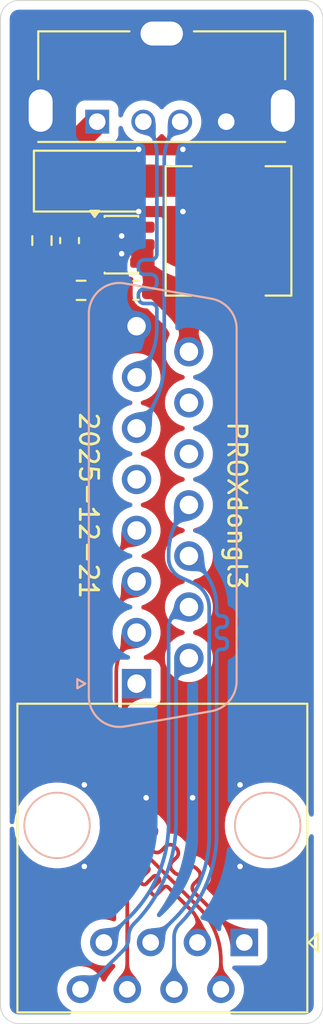
<source format=kicad_pcb>
(kicad_pcb
	(version 20241229)
	(generator "pcbnew")
	(generator_version "9.0")
	(general
		(thickness 1.6)
		(legacy_teardrops no)
	)
	(paper "A4")
	(layers
		(0 "F.Cu" signal)
		(2 "B.Cu" signal)
		(9 "F.Adhes" user "F.Adhesive")
		(11 "B.Adhes" user "B.Adhesive")
		(13 "F.Paste" user)
		(15 "B.Paste" user)
		(5 "F.SilkS" user "F.Silkscreen")
		(7 "B.SilkS" user "B.Silkscreen")
		(1 "F.Mask" user)
		(3 "B.Mask" user)
		(17 "Dwgs.User" user "User.Drawings")
		(19 "Cmts.User" user "User.Comments")
		(21 "Eco1.User" user "User.Eco1")
		(23 "Eco2.User" user "User.Eco2")
		(25 "Edge.Cuts" user)
		(27 "Margin" user)
		(31 "F.CrtYd" user "F.Courtyard")
		(29 "B.CrtYd" user "B.Courtyard")
		(35 "F.Fab" user)
		(33 "B.Fab" user)
		(39 "User.1" user)
		(41 "User.2" user)
		(43 "User.3" user)
		(45 "User.4" user)
	)
	(setup
		(pad_to_mask_clearance 0)
		(allow_soldermask_bridges_in_footprints no)
		(tenting front back)
		(pcbplotparams
			(layerselection 0x00000000_00000000_55555555_5755f5ff)
			(plot_on_all_layers_selection 0x00000000_00000000_00000000_00000000)
			(disableapertmacros no)
			(usegerberextensions yes)
			(usegerberattributes yes)
			(usegerberadvancedattributes yes)
			(creategerberjobfile yes)
			(dashed_line_dash_ratio 12.000000)
			(dashed_line_gap_ratio 3.000000)
			(svgprecision 4)
			(plotframeref no)
			(mode 1)
			(useauxorigin no)
			(hpglpennumber 1)
			(hpglpenspeed 20)
			(hpglpendiameter 15.000000)
			(pdf_front_fp_property_popups yes)
			(pdf_back_fp_property_popups yes)
			(pdf_metadata yes)
			(pdf_single_document no)
			(dxfpolygonmode yes)
			(dxfimperialunits yes)
			(dxfusepcbnewfont yes)
			(psnegative no)
			(psa4output no)
			(plot_black_and_white yes)
			(sketchpadsonfab no)
			(plotpadnumbers no)
			(hidednponfab no)
			(sketchdnponfab yes)
			(crossoutdnponfab yes)
			(subtractmaskfromsilk no)
			(outputformat 1)
			(mirror no)
			(drillshape 0)
			(scaleselection 1)
			(outputdirectory "out/")
		)
	)
	(net 0 "")
	(net 1 "unconnected-(J1-P14-Pad14)")
	(net 2 "/ETH_DC1+")
	(net 3 "/ETH_RX-")
	(net 4 "/ETH_TX+")
	(net 5 "/ETH_DC2+")
	(net 6 "/ETH_DC1-")
	(net 7 "unconnected-(J1-P13-Pad13)")
	(net 8 "/ETH_DC2-")
	(net 9 "/ETH_RX+")
	(net 10 "/ETH_TX-")
	(net 11 "unconnected-(J1-Pad5)")
	(net 12 "/USB_D-")
	(net 13 "/USB_D+")
	(net 14 "+3V3")
	(net 15 "GND")
	(net 16 "+5V")
	(net 17 "Net-(D1-A)")
	(net 18 "Net-(U1-FB)")
	(net 19 "unconnected-(U1-NC-Pad6)")
	(footprint "Connector_USB:USB_A_Molex_105057_Vertical" (layer "F.Cu") (at 105.25 49.575))
	(footprint "Diode_SMD:D_SMA" (layer "F.Cu") (at 105.325 52.8))
	(footprint "Package_TO_SOT_SMD:SOT-23-6" (layer "F.Cu") (at 106.5625 56.25))
	(footprint "Capacitor_SMD:C_0603_1608Metric" (layer "F.Cu") (at 103.75 56.025 -90))
	(footprint "Inductor_SMD:L_APV_APH0630" (layer "F.Cu") (at 112.375 55.5 90))
	(footprint "Resistor_SMD:R_0603_1608Metric" (layer "F.Cu") (at 104.375 58.725))
	(footprint "Resistor_SMD:R_0603_1608Metric" (layer "F.Cu") (at 102.25 56.025 -90))
	(footprint "Capacitor_SMD:C_0603_1608Metric" (layer "F.Cu") (at 107.35 58.725 180))
	(footprint "Connector_RJ:RJ45_OST_PJ012-8P8CX_Vertical" (layer "F.Cu") (at 113.23 94.1 180))
	(footprint "Connector_Dsub:DSUB-15_Socket_Vertical_P2.77x2.84mm" (layer "B.Cu") (at 107.385 80.06 -90))
	(gr_line
		(start 100 97.5)
		(end 100 44)
		(stroke
			(width 0.05)
			(type default)
		)
		(layer "Edge.Cuts")
		(uuid "0db6ce03-0979-466c-8d70-b73e485d4a8f")
	)
	(gr_line
		(start 117.5 44)
		(end 117.5 97.5)
		(stroke
			(width 0.05)
			(type default)
		)
		(layer "Edge.Cuts")
		(uuid "10be46f5-97dc-400b-ad24-0b8b87306653")
	)
	(gr_line
		(start 101 43)
		(end 116.5 43)
		(stroke
			(width 0.05)
			(type default)
		)
		(layer "Edge.Cuts")
		(uuid "413b3a9e-9bd9-4831-9365-cd63dbd28d7f")
	)
	(gr_arc
		(start 116.5 43)
		(mid 117.207107 43.292893)
		(end 117.5 44)
		(stroke
			(width 0.05)
			(type default)
		)
		(layer "Edge.Cuts")
		(uuid "52b734ef-74dd-43b6-888f-18443ecf54e3")
	)
	(gr_arc
		(start 101 98.5)
		(mid 100.292893 98.207107)
		(end 100 97.5)
		(stroke
			(width 0.05)
			(type default)
		)
		(layer "Edge.Cuts")
		(uuid "6a17951b-3130-4b4a-9fe8-2b07478bf2be")
	)
	(gr_line
		(start 116.5 98.5)
		(end 101 98.5)
		(stroke
			(width 0.05)
			(type default)
		)
		(layer "Edge.Cuts")
		(uuid "79c46bbb-04e4-4a4a-967a-27117ae08049")
	)
	(gr_arc
		(start 117.5 97.5)
		(mid 117.207107 98.207107)
		(end 116.5 98.5)
		(stroke
			(width 0.05)
			(type default)
		)
		(layer "Edge.Cuts")
		(uuid "dbd91a20-56fa-46cf-ba01-69e810d4c7e5")
	)
	(gr_arc
		(start 100 44)
		(mid 100.292893 43.292893)
		(end 101 43)
		(stroke
			(width 0.05)
			(type default)
		)
		(layer "Edge.Cuts")
		(uuid "f40b6dc1-c075-4afe-b6bc-38632a8e4915")
	)
	(gr_text "PROXdongl3\n\n\n\n\n2025-12-21"
		(at 104.2 70.4 270)
		(layer "F.SilkS")
		(uuid "ca6d681c-1b30-4157-b329-de577ee1e039")
		(effects
			(font
				(size 1 1)
				(thickness 0.15)
			)
			(justify bottom)
		)
	)
	(segment
		(start 109.42 93.811314)
		(end 109.42 96.64)
		(width 0.2)
		(layer "B.Cu")
		(net 2)
		(uuid "1b3a16c5-83c5-4082-963a-24f4bce5b034")
	)
	(segment
		(start 111.727 78.438473)
		(end 111.727 78.558473)
		(width 0.2)
		(layer "B.Cu")
		(net 2)
		(uuid "297592fe-a272-44fc-9e77-42cb25950c25")
	)
	(segment
		(start 112.307 77.838473)
		(end 112.307 77.958473)
		(width 0.2)
		(layer "B.Cu")
		(net 2)
		(uuid "3605a777-fcb1-4949-9d2b-4fed50311136")
	)
	(segment
		(start 110.225 73.135)
		(end 110.837673 73.747673)
		(width 0.2)
		(layer "B.Cu")
		(net 2)
		(uuid "42abc40d-b88e-4359-b3e2-d2fd62bc3daf")
	)
	(segment
		(start 111.967 76.398473)
		(end 112.067 76.398473)
		(width 0.2)
		(layer "B.Cu")
		(net 2)
		(uuid "4b6e64f8-ddf2-4ad7-88b5-f979a45e1a53")
	)
	(segment
		(start 111.727 78.611757)
		(end 111.727 79.948824)
		(width 0.2)
		(layer "B.Cu")
		(net 2)
		(uuid "58c9926b-6326-42e7-9dc0-12c851049de2")
	)
	(segment
		(start 111.727 78.558473)
		(end 111.727 78.611757)
		(width 0.2)
		(layer "B.Cu")
		(net 2)
		(uuid "83f4b8a8-9871-4188-8e2f-293062ac7c8a")
	)
	(segment
		(start 112.307 76.638473)
		(end 112.307 76.758473)
		(width 0.2)
		(layer "B.Cu")
		(net 2)
		(uuid "989da18c-164e-4312-b765-d0763e0d36c9")
	)
	(segment
		(start 112.067 76.998473)
		(end 111.967 76.998473)
		(width 0.2)
		(layer "B.Cu")
		(net 2)
		(uuid "aba83d00-45b9-415e-8971-df563c611b99")
	)
	(segment
		(start 111.727 79.948824)
		(end 111.727 88.241834)
		(width 0.2)
		(layer "B.Cu")
		(net 2)
		(uuid "b4f4a6aa-0c07-400b-8acd-30687c0c6f72")
	)
	(segment
		(start 112.067 78.198473)
		(end 111.967 78.198473)
		(width 0.2)
		(layer "B.Cu")
		(net 2)
		(uuid "c29c28f6-4ec4-47de-af13-a0590522dd89")
	)
	(segment
		(start 111.727005 75.894771)
		(end 111.727 76.158473)
		(width 0.2)
		(layer "B.Cu")
		(net 2)
		(uuid "cca05b71-5b5f-4256-ab52-cb01e3d64242")
	)
	(segment
		(start 111.727 77.238473)
		(end 111.727 77.358473)
		(width 0.2)
		(layer "B.Cu")
		(net 2)
		(uuid "e8f35f1c-5947-4153-b041-9d5f8b5d5ced")
	)
	(segment
		(start 111.967 77.598473)
		(end 112.067 77.598473)
		(width 0.2)
		(layer "B.Cu")
		(net 2)
		(uuid "eca8d92f-de7c-4ff4-8620-6832795d65d8")
	)
	(arc
		(start 111.727 88.241834)
		(mid 111.203571 90.873289)
		(end 109.712893 93.104207)
		(width 0.2)
		(layer "B.Cu")
		(net 2)
		(uuid "3d729d30-f11a-449e-8f5f-d25a15500890")
	)
	(arc
		(start 111.727 77.358473)
		(mid 111.797294 77.528179)
		(end 111.967 77.598473)
		(width 0.2)
		(layer "B.Cu")
		(net 2)
		(uuid "4889e938-fd7e-45f7-a438-fd58a02665ad")
	)
	(arc
		(start 111.967 76.998473)
		(mid 111.797294 77.068767)
		(end 111.727 77.238473)
		(width 0.2)
		(layer "B.Cu")
		(net 2)
		(uuid "840bed66-a729-458a-bb79-41114e5b1fc5")
	)
	(arc
		(start 112.307 77.958473)
		(mid 112.236706 78.128179)
		(end 112.067 78.198473)
		(width 0.2)
		(layer "B.Cu")
		(net 2)
		(uuid "88017b7f-2ce8-4096-b5fa-7d43e157a07b")
	)
	(arc
		(start 112.307 76.758473)
		(mid 112.236706 76.928179)
		(end 112.067 76.998473)
		(width 0.2)
		(layer "B.Cu")
		(net 2)
		(uuid "9785c371-2f24-469e-8504-4a7247b09219")
	)
	(arc
		(start 111.727 76.158473)
		(mid 111.797294 76.328179)
		(end 111.967 76.398473)
		(width 0.2)
		(layer "B.Cu")
		(net 2)
		(uuid "a609964b-d264-4d9f-b12b-08cc4a699a63")
	)
	(arc
		(start 112.067 76.398473)
		(mid 112.236706 76.468767)
		(end 112.307 76.638473)
		(width 0.2)
		(layer "B.Cu")
		(net 2)
		(uuid "ac1d85bb-f59a-4dfc-941c-ef6392377f83")
	)
	(arc
		(start 109.712893 93.104207)
		(mid 109.49612 93.428631)
		(end 109.42 93.811314)
		(width 0.2)
		(layer "B.Cu")
		(net 2)
		(uuid "d6ee7632-5b2a-4cfb-b595-83b645ff3a0f")
	)
	(arc
		(start 110.837673 73.747673)
		(mid 111.495887 74.73277)
		(end 111.727005 75.894771)
		(width 0.2)
		(layer "B.Cu")
		(net 2)
		(uuid "d77a85b3-60db-4da9-b72d-3bba58386af8")
	)
	(arc
		(start 112.067 77.598473)
		(mid 112.236706 77.668767)
		(end 112.307 77.838473)
		(width 0.2)
		(layer "B.Cu")
		(net 2)
		(uuid "db339cf9-2624-410e-9cdf-a3c53cbe6b3f")
	)
	(arc
		(start 111.967 78.198473)
		(mid 111.797294 78.268767)
		(end 111.727 78.438473)
		(width 0.2)
		(layer "B.Cu")
		(net 2)
		(uuid "e60421ae-9944-4ba1-b5d8-dc864b2c1861")
	)
	(segment
		(start 106.88 96.64)
		(end 106.88 91.014127)
		(width 0.2)
		(layer "F.Cu")
		(net 3)
		(uuid "35e5ba2f-7fd0-48ff-93b1-eae833a0d61e")
	)
	(segment
		(start 105.482 87.639086)
		(end 105.482 76.344198)
		(width 0.2)
		(layer "F.Cu")
		(net 3)
		(uuid "60b35e78-4833-4263-92c3-97eb2a95da3d")
	)
	(arc
		(start 105.774893 88.346193)
		(mid 106.592798 89.570264)
		(end 106.88 91.014127)
		(width 0.2)
		(layer "F.Cu")
		(net 3)
		(uuid "19e1288e-cd7a-4cfe-953d-6947053902e2")
	)
	(arc
		(start 107.385 71.75)
		(mid 105.976563 73.857856)
		(end 105.482 76.344198)
		(width 0.2)
		(layer "F.Cu")
		(net 3)
		(uuid "9c5fc30d-d7ed-4b8a-bacb-26097bee2dee")
	)
	(arc
		(start 105.774893 88.346193)
		(mid 105.55812 88.02177)
		(end 105.482 87.639086)
		(width 0.2)
		(layer "F.Cu")
		(net 3)
		(uuid "d51b8968-c8e4-42c4-9a1a-bfffcced0d88")
	)
	(segment
		(start 106.685 80.76)
		(end 106.685 87.140786)
		(width 0.2)
		(layer "F.Cu")
		(net 4)
		(uuid "213cc9bc-96a1-4c17-8f5c-ccd93a116c65")
	)
	(segment
		(start 108.728115 89.12294)
		(end 108.960045 88.891007)
		(width 0.2)
		(layer "F.Cu")
		(net 4)
		(uuid "24ac8024-d204-4326-b00b-005f6abc51fc")
	)
	(segment
		(start 110.62316 90.078947)
		(end 110.741953 90.19774)
		(width 0.2)
		(layer "F.Cu")
		(net 4)
		(uuid "33be4c92-56f3-41eb-816b-15f32d9d77e2")
	)
	(segment
		(start 107.385 80.06)
		(end 106.685 80.76)
		(width 0.2)
		(layer "F.Cu")
		(net 4)
		(uuid "34c1f55e-d59e-4312-a4ac-b692196311fb")
	)
	(segment
		(start 110.741953 90.672916)
		(end 110.51002 90.904846)
		(width 0.2)
		(layer "F.Cu")
		(net 4)
		(uuid "5422b261-37a7-4aa3-8ee2-9fe0f509da50")
	)
	(segment
		(start 107.385 80.06)
		(end 106.977893 80.467107)
		(width 0.2)
		(layer "F.Cu")
		(net 4)
		(uuid "6c1f7510-deab-4342-9ffa-c055c23b178e")
	)
	(segment
		(start 107.540176 87.935001)
		(end 107.772106 87.703068)
		(width 0.2)
		(layer "F.Cu")
		(net 4)
		(uuid "84b38016-7cc8-4fa3-8b7d-a5b057c522ba")
	)
	(segment
		(start 109.554014 89.484977)
		(end 109.322081 89.716907)
		(width 0.2)
		(layer "F.Cu")
		(net 4)
		(uuid "9ac48fe6-f7b1-44c0-98a7-4e04da66844b")
	)
	(segment
		(start 109.916054 90.310879)
		(end 110.147984 90.078946)
		(width 0.2)
		(layer "F.Cu")
		(net 4)
		(uuid "a2574c8e-f60c-47dc-ba1e-fdeaf4826972")
	)
	(segment
		(start 110.628817 91.498817)
		(end 111.065 91.935)
		(width 0.2)
		(layer "F.Cu")
		(net 4)
		(uuid "ab11df4e-0c3b-49e5-b3ae-859f74f2b246")
	)
	(segment
		(start 109.435221 88.891008)
		(end 109.554014 89.009801)
		(width 0.2)
		(layer "F.Cu")
		(net 4)
		(uuid "b6312bb9-ecae-4f9e-96e4-326e5c0f01a1")
	)
	(segment
		(start 109.322082 90.192083)
		(end 109.440878 90.310878)
		(width 0.2)
		(layer "F.Cu")
		(net 4)
		(uuid "b73de118-aa28-480d-b46e-9d60e59735a8")
	)
	(segment
		(start 108.366075 88.297038)
		(end 108.134142 88.528968)
		(width 0.2)
		(layer "F.Cu")
		(net 4)
		(uuid "bca99180-b19e-4329-afac-060f59b785f4")
	)
	(segment
		(start 111.065 91.935)
		(end 113.23 94.1)
		(width 0.2)
		(layer "F.Cu")
		(net 4)
		(uuid "d2aaabad-c98a-45ae-96f4-1a8bd2222fa4")
	)
	(segment
		(start 108.247282 87.703069)
		(end 108.366075 87.821862)
		(width 0.2)
		(layer "F.Cu")
		(net 4)
		(uuid "dfb03752-e664-48a2-9d08-a7133c0f8063")
	)
	(segment
		(start 110.510021 91.380022)
		(end 110.628817 91.498817)
		(width 0.2)
		(layer "F.Cu")
		(net 4)
		(uuid "e06b253f-14fb-4dc8-9851-561d427c4427")
	)
	(segment
		(start 106.977893 87.847893)
		(end 107.065 87.935)
		(width 0.2)
		(layer "F.Cu")
		(net 4)
		(uuid "e20394a6-36ba-478e-8529-2641863adfaf")
	)
	(segment
		(start 108.134143 89.004144)
		(end 108.252939 89.122939)
		(width 0.2)
		(layer "F.Cu")
		(net 4)
		(uuid "e7e0aa8a-e407-46af-a998-0e98ace99086")
	)
	(arc
		(start 108.134142 88.528968)
		(mid 108.035731 88.766556)
		(end 108.134143 89.004144)
		(width 0.2)
		(layer "F.Cu")
		(net 4)
		(uuid "233b63ef-0432-464d-be60-e0fff5d13ac2")
	)
	(arc
		(start 110.51002 90.904846)
		(mid 110.411609 91.142434)
		(end 110.510021 91.380022)
		(width 0.2)
		(layer "F.Cu")
		(net 4)
		(uuid "3f33e3bc-9f81-4a07-86d5-c2781531a87b")
	)
	(arc
		(start 109.440878 90.310878)
		(mid 109.678467 90.40929)
		(end 109.916054 90.310879)
		(width 0.2)
		(layer "F.Cu")
		(net 4)
		(uuid "443a3d4a-6585-4196-a40e-7041425c4eac")
	)
	(arc
		(start 110.147984 90.078946)
		(mid 110.385572 89.980535)
		(end 110.62316 90.078947)
		(width 0.2)
		(layer "F.Cu")
		(net 4)
		(uuid "450e2d8f-0dd2-42b4-8f9f-39d4c2ccd201")
	)
	(arc
		(start 110.741953 90.19774)
		(mid 110.840365 90.435328)
		(end 110.741953 90.672916)
		(width 0.2)
		(layer "F.Cu")
		(net 4)
		(uuid "4e2764a4-0acf-4e47-855b-0e09e4b064ac")
	)
	(arc
		(start 107.065 87.935)
		(mid 107.302589 88.033412)
		(end 107.540176 87.935001)
		(width 0.2)
		(layer "F.Cu")
		(net 4)
		(uuid "617fa0de-ebb0-436c-8263-15595d60ef9c")
	)
	(arc
		(start 108.366075 87.821862)
		(mid 108.464487 88.05945)
		(end 108.366075 88.297038)
		(width 0.2)
		(layer "F.Cu")
		(net 4)
		(uuid "75f31041-05b3-4f77-bf21-c5469b3b3203")
	)
	(arc
		(start 108.252939 89.122939)
		(mid 108.490528 89.221351)
		(end 108.728115 89.12294)
		(width 0.2)
		(layer "F.Cu")
		(net 4)
		(uuid "8f790694-a398-4b1e-bb57-b582fb2543be")
	)
	(arc
		(start 107.772106 87.703068)
		(mid 108.009694 87.604657)
		(end 108.247282 87.703069)
		(width 0.2)
		(layer "F.Cu")
		(net 4)
		(uuid "a951adfe-5ee2-47da-a8db-acf76f9336c4")
	)
	(arc
		(start 109.554014 89.009801)
		(mid 109.652426 89.247389)
		(end 109.554014 89.484977)
		(width 0.2)
		(layer "F.Cu")
		(net 4)
		(uuid "cac28868-16bc-44b8-8510-56e0c858b8a5")
	)
	(arc
		(start 106.685 87.140786)
		(mid 106.76112 87.52347)
		(end 106.977893 87.847893)
		(width 0.2)
		(layer "F.Cu")
		(net 4)
		(uuid "d50a074b-b3dd-4558-8c40-85b226028dcd")
	)
	(arc
		(start 109.322081 89.716907)
		(mid 109.22367 89.954495)
		(end 109.322082 90.192083)
		(width 0.2)
		(layer "F.Cu")
		(net 4)
		(uuid "dc2f670d-15ea-4477-9882-6c8a74a5d2f3")
	)
	(arc
		(start 108.960045 88.891007)
		(mid 109.197633 88.792596)
		(end 109.435221 88.891008)
		(width 0.2)
		(layer "F.Cu")
		(net 4)
		(uuid "e16beaad-139b-4905-8a28-40e8a90511db")
	)
	(segment
		(start 111.326 75.937102)
		(end 111.326 88.341275)
		(width 0.2)
		(layer "B.Cu")
		(net 5)
		(uuid "2e521ab4-1c9c-4f82-8744-e8f74b45f502")
	)
	(segment
		(start 109.4997 92.750316)
		(end 108.15 94.1)
		(width 0.2)
		(layer "B.Cu")
		(net 5)
		(uuid "50323dfe-b2cd-4ed8-8839-87d366f75576")
	)
	(segment
		(start 109.123999 73.094481)
		(end 109.123997 73.24715)
		(width 0.2)
		(layer "B.Cu")
		(net 5)
		(uuid "573d0532-267c-4c64-81f2-82efa49f1e11")
	)
	(segment
		(start 109.124 73.050762)
		(end 109.123999 73.094481)
		(width 0.2)
		(layer "B.Cu")
		(net 5)
		(uuid "83aac324-fece-4496-8203-5c602cf4d72f")
	)
	(segment
		(start 109.124 73.022931)
		(end 109.124 73.050762)
		(width 0.2)
		(layer "B.Cu")
		(net 5)
		(uuid "b55e6cf2-afd1-4de7-8e61-c1b98395f5a3")
	)
	(segment
		(start 109.80946 74.311291)
		(end 110.472761 74.612516)
		(width 0.2)
		(layer "B.Cu")
		(net 5)
		(uuid "e3ce3b94-346f-4702-a787-4bad6a18c179")
	)
	(arc
		(start 109.123997 73.24715)
		(mid 109.310191 73.880054)
		(end 109.80946 74.311291)
		(width 0.2)
		(layer "B.Cu")
		(net 5)
		(uuid "29764fa2-a997-4704-9206-466832b26de4")
	)
	(arc
		(start 110.225 70.365)
		(mid 109.410133 71.584481)
		(end 109.124 73.022931)
		(width 0.2)
		(layer "B.Cu")
		(net 5)
		(uuid "524331c2-a955-4a25-93ad-45d61e2ba38d")
	)
	(arc
		(start 111.326 88.341275)
		(mid 110.85136 90.727434)
		(end 109.4997 92.750316)
		(width 0.2)
		(layer "B.Cu")
		(net 5)
		(uuid "95ff44f7-af53-4de6-a56f-ea9300a9a3de")
	)
	(arc
		(start 111.326 75.937102)
		(mid 111.094227 75.149297)
		(end 110.472761 74.612516)
		(width 0.2)
		(layer "B.Cu")
		(net 5)
		(uuid "e8685c65-5f2e-4be2-a160-a7a6580df01f")
	)
	(segment
		(start 109.416893 76.333107)
		(end 109.845 75.905)
		(width 0.2)
		(layer "B.Cu")
		(net 6)
		(uuid "19de6717-dd66-4f55-9b1f-ed5f070abbb0")
	)
	(segment
		(start 109.124 87.641773)
		(end 109.124 77.040214)
		(width 0.2)
		(layer "B.Cu")
		(net 6)
		(uuid "7ef2c0a7-1daf-4709-ba47-40c201c5c4ee")
	)
	(segment
		(start 109.845 75.905)
		(end 110.225 75.905)
		(width 0.2)
		(layer "B.Cu")
		(net 6)
		(uuid "7ff693eb-e5e6-4b1c-9b05-4bb976a10db3")
	)
	(segment
		(start 105.61 94.1)
		(end 107.042033 92.668001)
		(width 0.2)
		(layer "B.Cu")
		(net 6)
		(uuid "947dcb75-2a58-4d01-91e3-4a251669c49b")
	)
	(segment
		(start 105.61 94.1)
		(end 105.5 93.99)
		(width 0.2)
		(layer "B.Cu")
		(net 6)
		(uuid "ee570994-3e94-4237-bd5c-cfcc1aedb572")
	)
	(arc
		(start 107.042033 92.668001)
		(mid 108.582913 90.361955)
		(end 109.124 87.641773)
		(width 0.2)
		(layer "B.Cu")
		(net 6)
		(uuid "9367f155-3e0b-4ef1-95e0-d75e8f9bf54c")
	)
	(arc
		(start 109.416893 76.333107)
		(mid 109.20012 76.65753)
		(end 109.124 77.040214)
		(width 0.2)
		(layer "B.Cu")
		(net 6)
		(uuid "ac278524-a01d-4232-8144-d0e3b99e6d94")
	)
	(segment
		(start 106.953893 93.828232)
		(end 106.953893 93.785982)
		(width 0.2)
		(layer "B.Cu")
		(net 8)
		(uuid "6010f089-3123-43db-a364-fbc262c45f34")
	)
	(segment
		(start 109.525 87.578835)
		(end 109.525 79.789214)
		(width 0.2)
		(layer "B.Cu")
		(net 8)
		(uuid "7e9e76bf-d0c5-4b76-b851-d7129937c28e")
	)
	(segment
		(start 104.556339 96.64)
		(end 106.661 94.535339)
		(width 0.2)
		(layer "B.Cu")
		(net 8)
		(uuid "95ee3c68-50d0-449d-b1c1-bdd40f4b71cc")
	)
	(segment
		(start 104.34 96.64)
		(end 104.556339 96.64)
		(width 0.2)
		(layer "B.Cu")
		(net 8)
		(uuid "b41c45bb-3840-4329-873b-0826724ca19c")
	)
	(segment
		(start 109.817893 79.082107)
		(end 110.225 78.675)
		(width 0.2)
		(layer "B.Cu")
		(net 8)
		(uuid "ee68e164-ca41-4506-92ea-0620134d969e")
	)
	(arc
		(start 109.525 79.789214)
		(mid 109.60112 79.406531)
		(end 109.817893 79.082107)
		(width 0.2)
		(layer "B.Cu")
		(net 8)
		(uuid "601c0325-34fd-4107-8982-98e1646ff6bb")
	)
	(arc
		(start 106.953893 93.785982)
		(mid 107.030013 93.403299)
		(end 107.246786 93.078875)
		(width 0.2)
		(layer "B.Cu")
		(net 8)
		(uuid "6cbdcb56-97f5-4eb9-bec7-9c4b1ad8ab0a")
	)
	(arc
		(start 106.661 94.535339)
		(mid 106.877773 94.210916)
		(end 106.953893 93.828232)
		(width 0.2)
		(layer "B.Cu")
		(net 8)
		(uuid "cdf8a814-f6e8-4848-b587-18abdfccfa59")
	)
	(arc
		(start 107.246786 93.078875)
		(mid 108.932921 90.555415)
		(end 109.525 87.578835)
		(width 0.2)
		(layer "B.Cu")
		(net 8)
		(uuid "eb7a141a-7c25-4cc6-b7e6-d884c399ce57")
	)
	(segment
		(start 109.162381 91.166581)
		(end 109.3279 91.3321)
		(width 0.2)
		(layer "F.Cu")
		(net 9)
		(uuid "15b411c7-ffbd-4ead-bf58-f9f9c6b35cb2")
	)
	(segment
		(start 109.104397 91.108597)
		(end 109.162381 91.166581)
		(width 0.2)
		(layer "F.Cu")
		(net 9)
		(uuid "2762318f-2d42-4a0d-9577-aa34abcf0d1c")
	)
	(segment
		(start 108.002727 90.238858)
		(end 107.619475 90.622109)
		(width 0.2)
		(layer "F.Cu")
		(net 9)
		(uuid "287071ee-1ee2-499c-a9ce-f8ecf42d3b0b")
	)
	(segment
		(start 107.4229 89.659031)
		(end 107.216424 89.865506)
		(width 0.2)
		(layer "F.Cu")
		(net 9)
		(uuid "29a7ed2f-8e4f-4cb7-82c9-1b82aa07d29c")
	)
	(segment
		(start 108.199302 91.433867)
		(end 108.257284 91.491849)
		(width 0.2)
		(layer "F.Cu")
		(net 9)
		(uuid "2bc0a353-443d-4045-92f7-8008b44d6876")
	)
	(segment
		(start 107.216424 90.097437)
		(end 107.274406 90.155419)
		(width 0.2)
		(layer "F.Cu")
		(net 9)
		(uuid "3bd8a843-541f-49a2-80ce-54e5adec7582")
	)
	(segment
		(start 109.3279 91.3321)
		(end 110.281037 92.285237)
		(width 0.2)
		(layer "F.Cu")
		(net 9)
		(uuid "3ff0c178-d559-4453-b347-324ac0c71169")
	)
	(segment
		(start 110.281037 92.285237)
		(end 110.397107 92.401307)
		(width 0.2)
		(layer "F.Cu")
		(net 9)
		(uuid "870a4c3e-3467-4d7d-899e-2fa5d5e145dc")
	)
	(segment
		(start 107.944743 89.948943)
		(end 108.002727 90.006927)
		(width 0.2)
		(layer "F.Cu")
		(net 9)
		(uuid "9c62ffd7-2d59-4831-8a10-0b34bb66b7f3")
	)
	(segment
		(start 107.506337 90.155419)
		(end 107.712812 89.948943)
		(width 0.2)
		(layer "F.Cu")
		(net 9)
		(uuid "a5c6f3b1-9b78-483d-a59a-da4a82b89d2b")
	)
	(segment
		(start 107.909388 90.912022)
		(end 108.292639 90.52877)
		(width 0.2)
		(layer "F.Cu")
		(net 9)
		(uuid "a8239e8f-f4ad-4bcd-a685-40b24630076d")
	)
	(segment
		(start 108.582554 90.818685)
		(end 108.199302 91.201936)
		(width 0.2)
		(layer "F.Cu")
		(net 9)
		(uuid "ae2a428f-6241-4267-938d-dc7b1785dbab")
	)
	(segment
		(start 107.619475 90.85404)
		(end 107.677457 90.912022)
		(width 0.2)
		(layer "F.Cu")
		(net 9)
		(uuid "bd542de6-00d6-4569-a8a8-7b814e5434c0")
	)
	(segment
		(start 105.883 78.146129)
		(end 105.883 87.472986)
		(width 0.2)
		(layer "F.Cu")
		(net 9)
		(uuid "bdcc6913-de0c-47e8-80af-b18b6df31a33")
	)
	(segment
		(start 108.52457 90.52877)
		(end 108.582554 90.586754)
		(width 0.2)
		(layer "F.Cu")
		(net 9)
		(uuid "cbb60cd9-50b4-4299-b5a3-262396cc7801")
	)
	(segment
		(start 106.175893 88.180093)
		(end 107.4229 89.4271)
		(width 0.2)
		(layer "F.Cu")
		(net 9)
		(uuid "dc2eb85c-2011-497b-9c1a-e9375e89c281")
	)
	(segment
		(start 108.489215 91.491849)
		(end 108.872466 91.108597)
		(width 0.2)
		(layer "F.Cu")
		(net 9)
		(uuid "f106b01f-947e-4b6d-b921-7b6d67ddc96c")
	)
	(segment
		(start 110.69 93.108414)
		(end 110.69 94.1)
		(width 0.2)
		(layer "F.Cu")
		(net 9)
		(uuid "fadf9c9d-be21-45c6-bd28-ba31471b182e")
	)
	(arc
		(start 107.677457 90.912022)
		(mid 107.793423 90.960056)
		(end 107.909388 90.912022)
		(width 0.2)
		(layer "F.Cu")
		(net 9)
		(uuid "0044d40f-1336-4018-897f-f767c31ef9ee")
	)
	(arc
		(start 110.397107 92.401307)
		(mid 110.61388 92.725731)
		(end 110.69 93.108414)
		(width 0.2)
		(layer "F.Cu")
		(net 9)
		(uuid "08a9e97a-790d-4c1c-9c02-8911175f24f6")
	)
	(arc
		(start 105.883 87.472986)
		(mid 105.95912 87.855669)
		(end 106.175893 88.180093)
		(width 0.2)
		(layer "F.Cu")
		(net 9)
		(uuid "132eb2b6-7af8-45e0-ad5e-0a1ba96503ff")
	)
	(arc
		(start 108.199302 91.201936)
		(mid 108.151268 91.317901)
		(end 108.199302 91.433867)
		(width 0.2)
		(layer "F.Cu")
		(net 9)
		(uuid "2908833b-4ba6-4279-91a0-8e3768d41ad8")
	)
	(arc
		(start 107.4229 89.4271)
		(mid 107.470934 89.543066)
		(end 107.4229 89.659031)
		(width 0.2)
		(layer "F.Cu")
		(net 9)
		(uuid "3d1a5c3b-9c1c-4ff9-b509-0cd7ba345534")
	)
	(arc
		(start 108.002727 90.006927)
		(mid 108.050761 90.122893)
		(end 108.002727 90.238858)
		(width 0.2)
		(layer "F.Cu")
		(net 9)
		(uuid "43d0c6e6-db7b-45ce-b80a-75e47fc99d11")
	)
	(arc
		(start 107.619475 90.622109)
		(mid 107.571441 90.738074)
		(end 107.619475 90.85404)
		(width 0.2)
		(layer "F.Cu")
		(net 9)
		(uuid "450ede13-fc08-433a-a879-90ba3cb3c275")
	)
	(arc
		(start 107.712812 89.948943)
		(mid 107.828777 89.900909)
		(end 107.944743 89.948943)
		(width 0.2)
		(layer "F.Cu")
		(net 9)
		(uuid "559183c8-82a1-498e-9f0c-0c279546951a")
	)
	(arc
		(start 108.292639 90.52877)
		(mid 108.408604 90.480736)
		(end 108.52457 90.52877)
		(width 0.2)
		(layer "F.Cu")
		(net 9)
		(uuid "6c24ef7f-7479-488d-81ee-eaa183b09299")
	)
	(arc
		(start 108.582554 90.586754)
		(mid 108.630588 90.70272)
		(end 108.582554 90.818685)
		(width 0.2)
		(layer "F.Cu")
		(net 9)
		(uuid "a09cebd6-3518-47f7-8983-a19fb2e66433")
	)
	(arc
		(start 107.274406 90.155419)
		(mid 107.390372 90.203453)
		(end 107.506337 90.155419)
		(width 0.2)
		(layer "F.Cu")
		(net 9)
		(uuid "a2dcb139-68dc-48c9-8390-fa2135db1e40")
	)
	(arc
		(start 107.216424 89.865506)
		(mid 107.16839 89.981471)
		(end 107.216424 90.097437)
		(width 0.2)
		(layer "F.Cu")
		(net 9)
		(uuid "ad7c87b6-7075-4132-a3b8-14a1b031aa08")
	)
	(arc
		(start 107.385 74.52)
		(mid 106.273353 76.18369)
		(end 105.883 78.146129)
		(width 0.2)
		(layer "F.Cu")
		(net 9)
		(uuid "b7972300-392c-4a71-beb6-4c9b3c4b1973")
	)
	(arc
		(start 108.872466 91.108597)
		(mid 108.988431 91.060563)
		(end 109.104397 91.108597)
		(width 0.2)
		(layer "F.Cu")
		(net 9)
		(uuid "ea0192bc-0949-40f4-aa03-732e56c585c8")
	)
	(arc
		(start 108.257284 91.491849)
		(mid 108.37325 91.539883)
		(end 108.489215 91.491849)
		(width 0.2)
		(layer "F.Cu")
		(net 9)
		(uuid "ffa78e4a-9ea6-435a-ba81-a0d93d71d9c7")
	)
	(segment
		(start 111.96 96.64)
		(end 111.96 95.064265)
		(width 0.2)
		(layer "F.Cu")
		(net 10)
		(uuid "1e072b2f-a021-4d03-b679-d9ccb33c45ac")
	)
	(segment
		(start 110.781137 92.218237)
		(end 106.576893 88.013993)
		(width 0.2)
		(layer "F.Cu")
		(net 10)
		(uuid "2ced86cf-7653-41f5-805b-b58d44cbf522")
	)
	(segment
		(start 107.037789 77.637211)
		(end 107.385 77.29)
		(width 0.2)
		(layer "F.Cu")
		(net 10)
		(uuid "54d048d0-6021-4565-a7d5-639d167c4ae7")
	)
	(segment
		(start 106.284 87.306886)
		(end 106.284 79.457019)
		(width 0.2)
		(layer "F.Cu")
		(net 10)
		(uuid "712ae5f0-9554-4cfe-b6b0-42cb67fcdea8")
	)
	(arc
		(start 106.576893 88.013993)
		(mid 106.36012 87.68957)
		(end 106.284 87.306886)
		(width 0.2)
		(layer "F.Cu")
		(net 10)
		(uuid "0907e4d0-264d-4934-9588-116a623b2293")
	)
	(arc
		(start 107.037789 77.637211)
		(mid 106.479903 78.472146)
		(end 106.284 79.457019)
		(width 0.2)
		(layer "F.Cu")
		(net 10)
		(uuid "6fbe9976-3140-4f1f-b030-d3810ef537c8")
	)
	(arc
		(start 111.96 95.064265)
		(mid 111.653623 93.524006)
		(end 110.781137 92.218237)
		(width 0.2)
		(layer "F.Cu")
		(net 10)
		(uuid "c8e3aab4-fd21-4b27-8658-33ac568c0160")
	)
	(segment
		(start 108.486 51.351842)
		(end 108.486 51.796628)
		(width 0.2)
		(layer "B.Cu")
		(net 12)
		(uuid "022229e0-ef6b-4471-a7ff-86bdbebb8f62")
	)
	(segment
		(start 108.486 51.796628)
		(end 108.486 56.752191)
		(width 0.2)
		(layer "B.Cu")
		(net 12)
		(uuid "05cceade-a274-414f-8bf2-59eb1124b987")
	)
	(segment
		(start 108.486 60.741494)
		(end 108.486 60.781945)
		(width 0.2)
		(layer "B.Cu")
		(net 12)
		(uuid "10557358-4856-4ab5-ae04-97387702dcab")
	)
	(segment
		(start 108.486 60.451494)
		(end 108.486 60.741494)
		(width 0.2)
		(layer "B.Cu")
		(net 12)
		(uuid "14a6e22d-c347-4fc1-8b3e-f53f9be841cf")
	)
	(segment
		(start 107.802 59.438191)
		(end 108.17 59.438191)
		(width 0.2)
		(layer "B.Cu")
		(net 12)
		(uuid "2476beab-af21-4edd-993c-b2bfa6a05dae")
	)
	(segment
		(start 108.486 59.754191)
		(end 108.486 59.912191)
		(width 0.2)
		(layer "B.Cu")
		(net 12)
		(uuid "408dca81-1860-47b8-81f9-4adeff4512c8")
	)
	(segment
		(start 108.486 59.912191)
		(end 108.486 60.451494)
		(width 0.2)
		(layer "B.Cu")
		(net 12)
		(uuid "4c1fca2c-7319-40d3-ab82-cd99bcce3436")
	)
	(segment
		(start 107.486 57.384191)
		(end 107.486 57.542191)
		(width 0.2)
		(layer "B.Cu")
		(net 12)
		(uuid "700aad17-d708-4588-8db6-1688d2fab2ac")
	)
	(segment
		(start 108.17 58.648191)
		(end 107.802 58.648191)
		(width 0.2)
		(layer "B.Cu")
		(net 12)
		(uuid "84a83b14-4ce5-49b5-9a67-78eb7ffc7df3")
	)
	(segment
		(start 108.17 57.068191)
		(end 107.802 57.068191)
		(width 0.2)
		(layer "B.Cu")
		(net 12)
		(uuid "927ed8b6-8f78-4bd4-9706-697d355de0a1")
	)
	(segment
		(start 107.802 57.858191)
		(end 108.17 57.858191)
		(width 0.2)
		(layer "B.Cu")
		(net 12)
		(uuid "98fd1a51-6f36-459e-87c9-e3b59824143e")
	)
	(segment
		(start 108.486 58.174191)
		(end 108.486 58.332191)
		(width 0.2)
		(layer "B.Cu")
		(net 12)
		(uuid "bc84b526-1150-401d-9fe4-6b77ceaaf9ee")
	)
	(segment
		(start 107.486 58.964191)
		(end 107.486 59.122191)
		(width 0.2)
		(layer "B.Cu")
		(net 12)
		(uuid "e486bcad-5971-4c54-9f6f-fc3cf2dabbe6")
	)
	(arc
		(start 107.486 57.542191)
		(mid 107.578554 57.765637)
		(end 107.802 57.858191)
		(width 0.2)
		(layer "B.Cu")
		(net 12)
		(uuid "280d5bb5-4950-4afe-a3ed-a8864f2297e4")
	)
	(arc
		(start 107.802 58.648191)
		(mid 107.578554 58.740745)
		(end 107.486 58.964191)
		(width 0.2)
		(layer "B.Cu")
		(net 12)
		(uuid "2de487c8-fb55-48d5-bc7e-ec52e6391cd6")
	)
	(arc
		(start 108.17 59.438191)
		(mid 108.393446 59.530745)
		(end 108.486 59.754191)
		(width 0.2)
		(layer "B.Cu")
		(net 12)
		(uuid "310b9eb1-f40c-464c-803e-07fcd671bbd2")
	)
	(arc
		(start 107.802 57.068191)
		(mid 107.578554 57.160745)
		(end 107.486 57.384191)
		(width 0.2)
		(layer "B.Cu")
		(net 12)
		(uuid "4ed03029-a14b-4556-b297-c4721f03f8ae")
	)
	(arc
		(start 107.486 59.122191)
		(mid 107.578554 59.345637)
		(end 107.802 59.438191)
		(width 0.2)
		(layer "B.Cu")
		(net 12)
		(uuid "8c9d0890-f225-44dd-b647-dc5606e56a90")
	)
	(arc
		(start 108.486 56.752191)
		(mid 108.393446 56.975637)
		(end 108.17 57.068191)
		(width 0.2)
		(layer "B.Cu")
		(net 12)
		(uuid "c20b928b-6a80-4e7d-b9f0-dc690c64e669")
	)
	(arc
		(start 108.486 58.332191)
		(mid 108.393446 58.555637)
		(end 108.17 58.648191)
		(width 0.2)
		(layer "B.Cu")
		(net 12)
		(uuid "cc45073d-188f-442c-ac23-d06d8c53fecb")
	)
	(arc
		(start 108.17 57.858191)
		(mid 108.393446 57.950745)
		(end 108.486 58.174191)
		(width 0.2)
		(layer "B.Cu")
		(net 12)
		(uuid "dd19b0d6-1a0e-42c1-a89c-7a4a8e7da597")
	)
	(arc
		(start 108.486 60.781945)
		(mid 108.199858 62.220476)
		(end 107.385 63.44)
		(width 0.2)
		(layer "B.Cu")
		(net 12)
		(uuid "f33cfceb-e09f-45eb-b11a-bab4a8b100c3")
	)
	(arc
		(start 107.75 49.575)
		(mid 108.294723 50.390229)
		(end 108.486 51.351842)
		(width 0.2)
		(layer "B.Cu")
		(net 12)
		(uuid "f3bf2c74-4ab3-4a73-b73e-f22aebb82efc")
	)
	(segment
		(start 108.887 51.658474)
		(end 108.887 62.583871)
		(width 0.2)
		(layer "B.Cu")
		(net 13)
		(uuid "bda663fa-58e7-44bf-954b-314e59c1a180")
	)
	(arc
		(start 109.75 49.575)
		(mid 109.111288 50.530903)
		(end 108.887 51.658474)
		(width 0.2)
		(layer "B.Cu")
		(net 13)
		(uuid "4ff6a839-319f-4996-91ee-d45cb3613d47")
	)
	(arc
		(start 107.385 66.21)
		(mid 108.496646 64.546311)
		(end 108.887 62.583871)
		(width 0.2)
		(layer "B.Cu")
		(net 13)
		(uuid "8655bb6f-9eb8-44d4-8c09-6e0886ab5343")
	)
	(segment
		(start 110.225 62.055)
		(end 110.225 61.939214)
		(width 0.6)
		(layer "F.Cu")
		(net 14)
		(uuid "170c2a41-6f92-4a19-84ec-18ec923a2f8a")
	)
	(segment
		(start 107.7 56.25)
		(end 107.7 57.2)
		(width 0.6)
		(layer "F.Cu")
		(net 14)
		(uuid "2492e7e2-fe6f-4215-b9b8-165433f621da")
	)
	(segment
		(start 108.125 58.725)
		(end 108.125 58.225905)
		(width 0.6)
		(layer "F.Cu")
		(net 14)
		(uuid "33d1a2ea-c14c-43f7-9fba-887cd23adffb")
	)
	(segment
		(start 108.125 58.725)
		(end 109.355262 59.955262)
		(width 0.6)
		(layer "F.Cu")
		(net 14)
		(uuid "571dcac4-9f88-4435-9818-45e38f56c842")
	)
	(segment
		(start 111.200775 59.699225)
		(end 112.375 58.525)
		(width 0.6)
		(layer "F.Cu")
		(net 14)
		(uuid "6b80050f-859e-4fec-82a6-74f2854d2033")
	)
	(segment
		(start 108.0008 56.250599)
		(end 108.0008 57.200599)
		(width 0.6)
		(layer "F.Cu")
		(net 14)
		(uuid "8f07fb61-73d2-42d5-bef1-6e430c1d4e87")
	)
	(segment
		(start 107.39292 56.250599)
		(end 107.39292 57.200599)
		(width 0.6)
		(layer "F.Cu")
		(net 14)
		(uuid "f313e5ec-cc3b-4525-92f0-23a5eb790b50")
	)
	(segment
		(start 112.375 58.525)
		(end 110.898711 58.525)
		(width 0.6)
		(layer "F.Cu")
		(net 14)
		(uuid "f7ce4b53-9eda-4613-b900-b995329cbce1")
	)
	(arc
		(start 107.7 57.2)
		(mid 108.01457 57.670741)
		(end 108.125 58.225905)
		(width 0.8)
		(layer "F.Cu")
		(net 14)
		(uuid "88cba9be-06f0-4804-b57a-ad465b808e54")
	)
	(arc
		(start 110.225 62.055)
		(mid 110.478596 60.780044)
		(end 111.200775 59.699225)
		(width 0.6)
		(layer "F.Cu")
		(net 14)
		(uuid "8d1e7f45-e56b-4218-b696-359d90968eb4")
	)
	(arc
		(start 107.7 57.2)
		(mid 109.167628 58.180667)
		(end 110.898711 58.525)
		(width 0.6)
		(layer "F.Cu")
		(net 14)
		(uuid "a2bb79dc-49e8-4a84-8ad0-4e74fb6bef38")
	)
	(arc
		(start 110.225 62.055)
		(mid 109.998963 60.918626)
		(end 109.355262 59.955262)
		(width 0.6)
		(layer "F.Cu")
		(net 14)
		(uuid "ba1a86ae-af18-4c90-ba12-2cd130b5f500")
	)
	(segment
		(start 106.067107 45.087893)
		(end 102.18 48.975)
		(width 0.4)
		(layer "F.Cu")
		(net 15)
		(uuid "0c33beac-12bb-445d-a783-1004852db0d5")
	)
	(segment
		(start 108.75 44.795)
		(end 110.725786 44.795)
		(width 0.4)
		(layer "F.Cu")
		(net 15)
		(uuid "0d073ff7-1f92-4185-8570-d1c6bc823cd7")
	)
	(segment
		(start 106.575 55.775)
		(end 106.575 55.115507)
		(width 0.5)
		(layer "F.Cu")
		(net 15)
		(uuid "1b29288a-18e3-4152-adf3-503a89f120b8")
	)
	(segment
		(start 108.75 44.795)
		(end 106.774214 44.795)
		(width 0.4)
		(layer "F.Cu")
		(net 15)
		(uuid "21a4a2c9-b853-46ee-af2f-c2201bc6d97e")
	)
	(segment
		(start 105.428345 56.25)
		(end 105.425 56.25)
		(width 0.5)
		(layer "F.Cu")
		(net 15)
		(uuid "464595cd-b78e-429a-97ab-21bffa4ebcfb")
	)
	(segment
		(start 107.5 51.075)
		(end 109.9 51.075)
		(width 0.6)
		(layer "F.Cu")
		(net 15)
		(uuid "47031d27-f677-4c70-b514-514ffae23bb7")
	)
	(segment
		(start 107.5 54.45)
		(end 109.9 54.45)
		(width 0.6)
		(layer "F.Cu")
		(net 15)
		(uuid "65de9893-5578-4fb2-98b6-b7dbdfacf595")
	)
	(segment
		(start 106.721447 54.761953)
		(end 106.886954 54.596446)
		(width 0.5)
		(layer "F.Cu")
		(net 15)
		(uuid "676d1e6f-4a68-467a-9481-a005ad06e796")
	)
	(segment
		(start 106.575 55.775)
		(end 106.575 56.737501)
		(width 0.5)
		(layer "F.Cu")
		(net 15)
		(uuid "69376a2b-c0ad-43c5-824e-631527d14036")
	)
	(segment
		(start 114.72 49.575)
		(end 115.32 48.975)
		(width 0.4)
		(layer "F.Cu")
		(net 15)
		(uuid "8556cc7d-a651-4238-b822-cbc3ed084b25")
	)
	(segment
		(start 107.377565 60.662565)
		(end 107.385 60.67)
		(width 0.5)
		(layer "F.Cu")
		(net 15)
		(uuid "8713ff0f-17aa-455e-acb6-80cd1531a3fa")
	)
	(segment
		(start 105.2 58.725)
		(end 106.575 58.725)
		(width 0.5)
		(layer "F.Cu")
		(net 15)
		(uuid "aa35fed9-e246-4677-b0c9-86d687d6b526")
	)
	(segment
		(start 107.379675 60.864675)
		(end 107.385 60.87)
		(width 0.2)
		(layer "F.Cu")
		(net 15)
		(uuid "b301174a-6c44-4f14-80a8-f66375b7bcf4")
	)
	(segment
		(start 106.575 58.725)
		(end 106.575 56.737501)
		(width 0.5)
		(layer "F.Cu")
		(net 15)
		(uuid "d2222aea-3d7c-425b-a3a4-bcceb79392bd")
	)
	(segment
		(start 106.575 56.737501)
		(end 106.555922 56.718423)
		(width 0.5)
		(layer "F.Cu")
		(net 15)
		(uuid "de14852f-f881-4696-9fe7-3d60d4bb105d")
	)
	(segment
		(start 105.425 56.25)
		(end 105.077778 56.25)
		(width 0.6)
		(layer "F.Cu")
		(net 15)
		(uuid "de38eb4e-bebd-4316-a004-e66dc24d02ab")
	)
	(segment
		(start 113.6 49.575)
		(end 114.72 49.575)
		(width 0.4)
		(layer "F.Cu")
		(net 15)
		(uuid "de84eedb-5098-4696-a021-39f315b576d5")
	)
	(segment
		(start 112.25 49.575)
		(end 113.6 49.575)
		(width 0.4)
		(layer "F.Cu")
		(net 15)
		(uuid "e76fc6c7-03b6-4c7f-8bff-e1d4b22b89a6")
	)
	(segment
		(start 111.432893 45.087893)
		(end 115.32 48.975)
		(width 0.4)
		(layer "F.Cu")
		(net 15)
		(uuid "ee3734c8-a041-4cac-b585-fee2f2dcb9b0")
	)
	(segment
		(start 107.240507 54.45)
		(end 107.5 54.45)
		(width 0.5)
		(layer "F.Cu")
		(net 15)
		(uuid "f1eb9fc8-4c1e-43a5-8505-12119a1d3ac9")
	)
	(via
		(at 109.9 51.075)
		(size 0.6)
		(drill 0.3)
		(layers "F.Cu" "B.Cu")
		(free yes)
		(net 15)
		(uuid "0d74069c-dfaf-4ddd-a18b-7e71b9851a49")
	)
	(via
		(at 107.5 54.45)
		(size 0.6)
		(drill 0.3)
		(layers "F.Cu" "B.Cu")
		(free yes)
		(net 15)
		(uuid "7a5e6030-1e94-42c7-b57f-0a14615c26d3")
	)
	(via
		(at 110.425 86.25)
		(size 0.6)
		(drill 0.3)
		(layers "F.Cu" "B.Cu")
		(free yes)
		(net 15)
		(uuid "876bae1b-0760-49b5-832e-b69fcf0cf519")
	)
	(via
		(at 107.5 51.075)
		(size 0.6)
		(drill 0.3)
		(layers "F.Cu" "B.Cu")
		(free yes)
		(net 15)
		(uuid "9b8119a8-0615-4f9f-bea9-9d76e93fe7e8")
	)
	(via
		(at 104.55 85.55)
		(size 0.6)
		(drill 0.3)
		(layers "F.Cu" "B.Cu")
		(free yes)
		(net 15)
		(uuid "a2a88590-cfd5-4a29-a531-b3394a926948")
	)
	(via
		(at 113 85.55)
		(size 0.6)
		(drill 0.3)
		(layers "F.Cu" "B.Cu")
		(free yes)
		(net 15)
		(uuid "ac616ec1-d1d2-44fb-9f49-8187201b2e90")
	)
	(via
		(at 107.905 86.25)
		(size 0.6)
		(drill 0.3)
		(layers "F.Cu" "B.Cu")
		(free yes)
		(net 15)
		(uuid "c61ff644-7bac-4835-a369-81f37b2dd0ef")
	)
	(via
		(at 106.575 55.775)
		(size 0.6)
		(drill 0.3)
		(layers "F.Cu" "B.Cu")
		(free yes)
		(net 15)
		(uuid "cec26263-7c94-4cca-97c4-66dc0bc37808")
	)
	(via
		(at 113 89.975)
		(size 0.6)
		(drill 0.3)
		(layers "F.Cu" "B.Cu")
		(free yes)
		(net 15)
		(uuid "d2f92140-5c7d-45e8-ba65-388e2768ee0d")
	)
	(via
		(at 104.55 89.975)
		(size 0.6)
		(drill 0.3)
		(layers "F.Cu" "B.Cu")
		(free yes)
		(net 15)
		(uuid "e3a6cd32-8774-441b-b1b5-ad98603fc489")
	)
	(via
		(at 109.9 54.45)
		(size 0.6)
		(drill 0.3)
		(layers "F.Cu" "B.Cu")
		(free yes)
		(net 15)
		(uuid "e519f171-e8ae-453e-85e4-179151633197")
	)
	(via
		(at 106.575 56.737501)
		(size 0.6)
		(drill 0.3)
		(layers "F.Cu" "B.Cu")
		(net 15)
		(uuid "fdc77cb1-a90b-487f-9284-5015c191b893")
	)
	(arc
		(start 106.886954 54.596446)
		(mid 107.049166 54.48806)
		(end 107.240507 54.45)
		(width 0.5)
		(layer "F.Cu")
		(net 15)
		(uuid "2ce0fe56-f7d8-43f1-84ba-069cc6139dc0")
	)
	(arc
		(start 111.432893 45.087893)
		(mid 111.10847 44.87112)
		(end 110.725786 44.795)
		(width 0.4)
		(layer "F.Cu")
		(net 15)
		(uuid "2f49bcbf-8334-4a01-91f6-23e68122d5c8")
	)
	(arc
		(start 105.077778 56.25)
		(mid 104.359204 56.392933)
		(end 103.75 56.8)
		(width 0.6)
		(layer "F.Cu")
		(net 15)
		(uuid "7049852f-76f8-48e4-92ee-38a7a5c55ab6")
	)
	(arc
		(start 106.721447 54.761953)
		(mid 106.61306 54.924165)
		(end 106.575 55.115507)
		(width 0.5)
		(layer "F.Cu")
		(net 15)
		(uuid "b1358274-331a-4b7e-a136-36b96228c0b4")
	)
	(arc
		(start 106.575 55.775)
		(mid 106.048873 56.12657)
		(end 105.428345 56.25)
		(width 0.5)
		(layer "F.Cu")
		(net 15)
		(uuid "bd52c924-e86e-4ad2-b9b8-813b98404f28")
	)
	(arc
		(start 106.555922 56.718423)
		(mid 106.037072 56.371738)
		(end 105.425 56.25)
		(width 0.5)
		(layer "F.Cu")
		(net 15)
		(uuid "c65e74cf-0750-454e-b22e-881deed95eb1")
	)
	(arc
		(start 106.067107 45.087893)
		(mid 106.39153 44.87112)
		(end 106.774214 44.795)
		(width 0.4)
		(layer "F.Cu")
		(net 15)
		(uuid "d206bd10-bab8-4e98-a5ff-1014f43c85c3")
	)
	(arc
		(start 106.575 58.725)
		(mid 106.78358 59.773602)
		(end 107.377565 60.662565)
		(width 0.5)
		(layer "F.Cu")
		(net 15)
		(uuid "dbcce88d-6b00-4b3c-9241-199d0d086cea")
	)
	(segment
		(start 110.75 51.075)
		(end 112.25 49.575)
		(width 0.5)
		(layer "B.Cu")
		(net 15)
		(uuid "03a7ef76-ed12-41b1-b4c7-cee524338afe")
	)
	(segment
		(start 106.575 59.86)
		(end 107.385 60.67)
		(width 0.5)
		(layer "B.Cu")
		(net 15)
		(uuid "3cf7ae57-213f-4abf-a5f3-8602aed0ef79")
	)
	(segment
		(start 107.5 54.85)
		(end 106.575 55.775)
		(width 0.5)
		(layer "B.Cu")
		(net 15)
		(uuid "55520e55-598e-4d4f-8176-7eb0a2c3b9d8")
	)
	(segment
		(start 106.575 56.737501)
		(end 106.575 59.86)
		(width 0.5)
		(layer "B.Cu")
		(net 15)
		(uuid "5ebc8a68-1b93-4e5f-bbf4-ce29a27a9e44")
	)
	(segment
		(start 109.9 51.075)
		(end 109.9 54.35)
		(width 0.5)
		(layer "B.Cu")
		(net 15)
		(uuid "67dde748-65e8-4974-85e3-1738cf75fc15")
	)
	(segment
		(start 109.9 51.075)
		(end 110.75 51.075)
		(width 0.5)
		(layer "B.Cu")
		(net 15)
		(uuid "7981787a-34f3-44c4-adbc-45619dd6b7b4")
	)
	(segment
		(start 107.5 51.075)
		(end 107.5 54.35)
		(width 0.5)
		(layer "B.Cu")
		(net 15)
		(uuid "7d8b577e-211b-463b-9c88-74a96b4ac5b7")
	)
	(segment
		(start 107.5 54.35)
		(end 107.5 54.85)
		(width 0.5)
		(layer "B.Cu")
		(net 15)
		(uuid "9ee2c6a2-ba69-4f8a-9e33-39b09e84c4d0")
	)
	(segment
		(start 103.7 55.2)
		(end 103.75 55.25)
		(width 0.8)
		(layer "F.Cu")
		(net 16)
		(uuid "1b8434ab-5b03-46c2-8ae1-bb996cc86812")
	)
	(segment
		(start 104.244222 50.580778)
		(end 105.25 49.575)
		(width 1.3)
		(layer "F.Cu")
		(net 16)
		(uuid "47f0ef2d-ae09-4750-80fe-7865a2cfd7ce")
	)
	(segment
		(start 103.325 52.8)
		(end 103.325 54.410763)
		(width 0.8)
		(layer "F.Cu")
		(net 16)
		(uuid "6933d2a9-2462-44f7-b382-d962ddb7fd8a")
	)
	(segment
		(start 102.388105 55.061895)
		(end 102.25 55.2)
		(width 0.8)
		(layer "F.Cu")
		(net 16)
		(uuid "aec97d93-355f-47c8-9702-d8e77918d581")
	)
	(segment
		(start 102.85 53.275)
		(end 103.14797 52.97703)
		(width 0.6)
		(layer "F.Cu")
		(net 16)
		(uuid "c560e136-0fdf-46a5-a38c-f6599704dddb")
	)
	(segment
		(start 103.617893 55.117893)
		(end 103.75 55.25)
		(width 0.8)
		(layer "F.Cu")
		(net 16)
		(uuid "c820ed79-71ec-4ac3-8813-6be60f248f5c")
	)
	(segment
		(start 102.25 55.2)
		(end 103.7 55.2)
		(width 0.8)
		(layer "F.Cu")
		(net 16)
		(uuid "e0f8a4c8-b560-4aa6-bbdd-0a87ad6d9ee0")
	)
	(arc
		(start 103.325 54.410763)
		(mid 103.401109 54.793431)
		(end 103.617893 55.117893)
		(width 0.8)
		(layer "F.Cu")
		(net 16)
		(uuid "76fafca3-11fe-4238-ad63-6eceaf957005")
	)
	(arc
		(start 102.388105 55.061895)
		(mid 103.081509 54.024143)
		(end 103.325 52.8)
		(width 0.8)
		(layer "F.Cu")
		(net 16)
		(uuid "a17c498d-c642-4929-8e53-8cecc1e10989")
	)
	(arc
		(start 103.325 52.8)
		(mid 103.563898 51.598955)
		(end 104.244222 50.580778)
		(width 1.3)
		(layer "F.Cu")
		(net 16)
		(uuid "eb010417-d252-4fa2-b717-bff78c34a3ca")
	)
	(segment
		(start 105.425 55.3)
		(end 105.425 55.186035)
		(width 0.6)
		(layer "F.Cu")
		(net 17)
		(uuid "07ab5a1f-1d53-4723-949f-4dd72767f225")
	)
	(segment
		(start 106.281332 53.118668)
		(end 106.307107 53.092893)
		(width 0.8)
		(layer "F.Cu")
		(net 17)
		(uuid "3cdb2866-6d69-4984-ab6d-b06693d6535c")
	)
	(segment
		(start 107.014214 52.8)
		(end 107.325 52.8)
		(width 0.8)
		(layer "F.Cu")
		(net 17)
		(uuid "4833bdec-8e7b-45b1-b315-a328a8b9e445")
	)
	(segment
		(start 112.05 52.8)
		(end 112.375 52.475)
		(width 0.5)
		(layer "F.Cu")
		(net 17)
		(uuid "866566a3-24e1-4f47-b237-60dfe9a4ab4d")
	)
	(segment
		(start 107.325 52.8)
		(end 112.05 52.8)
		(width 1.7)
		(layer "F.Cu")
		(net 17)
		(uuid "95ca4c5b-d232-4bce-bb11-ff1985d20049")
	)
	(arc
		(start 107.014214 52.8)
		(mid 106.631531 52.87612)
		(end 106.307107 53.092893)
		(width 0.8)
		(layer "F.Cu")
		(net 17)
		(uuid "745b2322-ed13-4687-8656-ab6492d91270")
	)
	(arc
		(start 106.281332 53.118668)
		(mid 105.647554 54.067184)
		(end 105.425 55.186035)
		(width 0.8)
		(layer "F.Cu")
		(net 17)
		(uuid "ac27c105-a5b0-4cdb-816b-d425a68f54b7")
	)
	(segment
		(start 105.075 57.2)
		(end 103.55 58.725)
		(width 0.6)
		(layer "F.Cu")
		(net 18)
		(uuid "0b6419fa-347c-46e9-8029-59b584635f23")
	)
	(segment
		(start 105.425 57.2)
		(end 105.075 57.2)
		(width 0.6)
		(layer "F.Cu")
		(net 18)
		(uuid "138ee831-859b-4924-b41a-5f4bc3805838")
	)
	(segment
		(start 102.656609 57.831609)
		(end 103.55 58.725)
		(width 0.6)
		(layer "F.Cu")
		(net 18)
		(uuid "a19a9059-862a-4e50-988a-88018810d5b9")
	)
	(arc
		(start 102.656609 57.831609)
		(mid 102.355674 57.381228)
		(end 102.25 56.85)
		(width 0.6)
		(layer "F.Cu")
		(net 18)
		(uuid "97f09363-0bd7-4079-98e4-7d4ca46c9e4a")
	)
	(zone
		(net 3)
		(net_name "/ETH_RX-")
		(layer "F.Cu")
		(uuid "02dcd4d9-1b49-48f6-ab8c-9ee9cde00086")
		(name "$teardrop_padvia$")
		(hatch none 0.1)
		(priority 30018)
		(attr
			(teardrop
				(type padvia)
			)
		)
		(connect_pads yes
			(clearance 0)
		)
		(min_thickness 0.0254)
		(filled_areas_thickness no)
		(fill yes
			(thermal_gap 0.5)
			(thermal_bridge_width 0.5)
			(island_removal_mode 1)
			(island_area_min 10)
		)
		(polygon
			(pts
				(xy 106.78 95.154411) (xy 106.775044 95.305282) (xy 106.760355 95.429672) (xy 106.739577 95.521601)
				(xy 106.711641 95.600952) (xy 106.634464 95.7376) (xy 106.511653 95.891013) (xy 106.393544 96.034394)
				(xy 106.256398 96.223322) (xy 106.88 96.641) (xy 107.503602 96.223322) (xy 107.324816 95.98249)
				(xy 107.248348 95.891014) (xy 107.13367 95.748973) (xy 107.087661 95.679047) (xy 107.049508 95.603652)
				(xy 107.019439 95.518139) (xy 106.99768 95.417861) (xy 106.984458 95.298167) (xy 106.98 95.154411)
			)
		)
		(filled_polygon
			(layer "F.Cu")
			(pts
				(xy 106.976931 95.157838) (xy 106.980352 95.165748) (xy 106.984457 95.298162) (xy 106.984458 95.298181)
				(xy 106.997679 95.417856) (xy 106.99768 95.417861) (xy 107.019439 95.518139) (xy 107.02066 95.52161)
				(xy 107.04951 95.603657) (xy 107.087654 95.679035) (xy 107.087666 95.679057) (xy 107.133662 95.748962)
				(xy 107.133666 95.748968) (xy 107.13367 95.748973) (xy 107.188955 95.81745) (xy 107.248332 95.890995)
				(xy 107.324605 95.982238) (xy 107.325022 95.982768) (xy 107.496281 96.213461) (xy 107.498461 96.222146)
				(xy 107.493861 96.229829) (xy 107.493398 96.230156) (xy 106.886511 96.636639) (xy 106.87773 96.638396)
				(xy 106.873489 96.636639) (xy 106.266492 96.230083) (xy 106.261525 96.222632) (xy 106.263282 96.213851)
				(xy 106.26351 96.213523) (xy 106.393338 96.034677) (xy 106.393752 96.03414) (xy 106.511653 95.891013)
				(xy 106.634464 95.7376) (xy 106.711641 95.600952) (xy 106.739577 95.521601) (xy 106.760355 95.429672)
				(xy 106.775044 95.305282) (xy 106.779628 95.165726) (xy 106.783325 95.157571) (xy 106.791322 95.154411)
				(xy 106.968658 95.154411)
			)
		)
	)
	(zone
		(net 14)
		(net_name "+3V3")
		(layer "F.Cu")
		(uuid "0463bb87-6363-4d4b-a903-628da794cdf0")
		(name "$teardrop_padvia$")
		(hatch none 0.1)
		(priority 30008)
		(attr
			(teardrop
				(type padvia)
			)
		)
		(connect_pads yes
			(clearance 0)
		)
		(min_thickness 0.0254)
		(filled_areas_thickness no)
		(fill yes
			(thermal_gap 0.5)
			(thermal_bridge_width 0.5)
			(island_removal_mode 1)
			(island_area_min 10)
		)
		(polygon
			(pts
				(xy 110.329087 60.392296) (xy 110.195061 60.659337) (xy 110.085982 60.853099) (xy 109.904661 61.122039)
				(xy 109.862161 61.180269) (xy 109.559824 61.610544) (xy 110.224567 62.0559) (xy 111.009628 61.898928)
				(xy 110.942554 61.646076) (xy 110.855447 61.420701) (xy 110.790139 61.252065) (xy 110.76856 61.170722)
				(xy 110.757639 61.086658) (xy 110.759833 60.996345) (xy 110.777598 60.896255) (xy 110.813391 60.782859)
				(xy 110.869666 60.652629)
			)
		)
		(filled_polygon
			(layer "F.Cu")
			(pts
				(xy 110.859548 60.647756) (xy 110.865514 60.654433) (xy 110.865211 60.662938) (xy 110.813395 60.782846)
				(xy 110.81339 60.782861) (xy 110.7776 60.896244) (xy 110.777599 60.89625) (xy 110.759833 60.996345)
				(xy 110.757639 61.086664) (xy 110.757639 61.086665) (xy 110.768558 61.170711) (xy 110.76856 61.170721)
				(xy 110.790141 61.252073) (xy 110.855444 61.420693) (xy 110.855445 61.420701) (xy 110.855447 61.420701)
				(xy 110.942321 61.645474) (xy 110.942717 61.646692) (xy 111.006436 61.886895) (xy 111.005245 61.89577)
				(xy 110.998127 61.901204) (xy 110.997421 61.901368) (xy 110.229333 62.054946) (xy 110.220549 62.053208)
				(xy 110.220527 62.053193) (xy 109.569762 61.617202) (xy 109.564796 61.60975) (xy 109.566554 61.60097)
				(xy 109.566652 61.600825) (xy 109.862161 61.180269) (xy 109.904661 61.122039) (xy 109.975161 61.017471)
				(xy 110.085982 60.853099) (xy 110.195061 60.659337) (xy 110.329087 60.392296)
			)
		)
	)
	(zone
		(net 14)
		(net_name "+3V3")
		(layer "F.Cu")
		(uuid "05939f95-1bb8-4849-afa9-9b1d30ff672a")
		(name "$teardrop_padvia$")
		(hatch none 0.1)
		(priority 30007)
		(attr
			(teardrop
				(type padvia)
			)
		)
		(connect_pads yes
			(clearance 0)
		)
		(min_thickness 0.0254)
		(filled_areas_thickness no)
		(fill yes
			(thermal_gap 0.5)
			(thermal_bridge_width 0.5)
			(island_removal_mode 1)
			(island_area_min 10)
		)
		(polygon
			(pts
				(xy 109.551713 60.695792) (xy 109.611725 60.800541) (xy 109.653697 60.894424) (xy 109.677851 60.972346)
				(xy 109.689986 61.044483) (xy 109.684089 61.176728) (xy 109.640821 61.322556) (xy 109.593661 61.435905)
				(xy 109.512179 61.638703) (xy 109.473602 61.760045) (xy 109.440372 61.898928) (xy 110.225532 62.055846)
				(xy 110.890176 61.610544) (xy 110.531529 61.087854) (xy 110.334547 60.802491) (xy 110.059748 60.376576)
			)
		)
		(filled_polygon
			(layer "F.Cu")
			(pts
				(xy 110.334547 60.802491) (xy 110.367814 60.850683) (xy 110.367814 60.850684) (xy 110.531529 61.087854)
				(xy 110.531526 61.087855) (xy 110.531546 61.087878) (xy 110.77039 61.435969) (xy 110.883482 61.600788)
				(xy 110.885337 61.609549) (xy 110.880455 61.617055) (xy 110.880347 61.617128) (xy 110.22957 62.05314)
				(xy 110.22079 62.054898) (xy 110.220765 62.054893) (xy 109.452284 61.901308) (xy 109.444843 61.896326)
				(xy 109.443104 61.887542) (xy 109.443185 61.887168) (xy 109.473507 61.760439) (xy 109.473727 61.75965)
				(xy 109.512051 61.639104) (xy 109.512343 61.638294) (xy 109.520848 61.617128) (xy 109.593661 61.435905)
				(xy 109.640821 61.322556) (xy 109.684089 61.176728) (xy 109.684089 61.176725) (xy 109.68409 61.176721)
				(xy 109.689986 61.04449) (xy 109.689985 61.044488) (xy 109.689986 61.044483) (xy 109.677851 60.972346)
				(xy 109.653697 60.894424) (xy 109.611725 60.800541) (xy 109.557297 60.705538) (xy 109.556158 60.696656)
				(xy 109.561222 60.689816) (xy 110.059748 60.376576)
			)
		)
	)
	(zone
		(net 18)
		(net_name "Net-(U1-FB)")
		(layer "F.Cu")
		(uuid "1065a650-9fd5-4631-9f84-7d0898a696fc")
		(name "$teardrop_padvia$")
		(hatch none 0.1)
		(priority 30023)
		(attr
			(teardrop
				(type padvia)
			)
		)
		(connect_pads yes
			(clearance 0)
		)
		(min_thickness 0.0254)
		(filled_areas_thickness no)
		(fill yes
			(thermal_gap 0.5)
			(thermal_bridge_width 0.5)
			(island_removal_mode 1)
			(island_area_min 10)
		)
		(polygon
			(pts
				(xy 102.683564 58.282828) (xy 102.800261 58.384509) (xy 102.922199 58.488613) (xy 103.03771 58.607783)
				(xy 103.085286 58.672969) (xy 103.121932 58.741861) (xy 103.144539 58.814439) (xy 103.15 58.890685)
				(xy 103.550707 58.725707) (xy 103.640685 58.25) (xy 103.548828 58.251584) (xy 103.454946 58.215773)
				(xy 103.351309 58.136808) (xy 103.22911 58.002387) (xy 103.196063 57.961656) (xy 103.107828 57.858564)
			)
		)
		(filled_polygon
			(layer "F.Cu")
			(pts
				(xy 103.115433 57.867504) (xy 103.116049 57.868169) (xy 103.195956 57.961532) (xy 103.196152 57.961768)
				(xy 103.229117 58.002396) (xy 103.351309 58.136808) (xy 103.454946 58.215773) (xy 103.548828 58.251584)
				(xy 103.548828 58.251583) (xy 103.548829 58.251584) (xy 103.550501 58.251555) (xy 103.626317 58.250247)
				(xy 103.634647 58.25353) (xy 103.638216 58.261743) (xy 103.638014 58.264119) (xy 103.551885 58.719476)
				(xy 103.54698 58.726969) (xy 103.544843 58.728121) (xy 103.164967 58.884522) (xy 103.156013 58.884503)
				(xy 103.149694 58.878157) (xy 103.148843 58.874542) (xy 103.144539 58.814439) (xy 103.121932 58.741861)
				(xy 103.085286 58.672969) (xy 103.03771 58.607783) (xy 102.922199 58.488613) (xy 102.866565 58.441116)
				(xy 102.800292 58.384535) (xy 102.800203 58.384458) (xy 102.693012 58.29106) (xy 102.689026 58.283042)
				(xy 102.691877 58.274553) (xy 102.69241 58.273981) (xy 103.098888 57.867503) (xy 103.10716 57.864077)
			)
		)
	)
	(zone
		(net 10)
		(net_name "/ETH_TX-")
		(layer "F.Cu")
		(uuid "1475e8b1-cc23-4b48-8e50-82f5fd817298")
		(name "$teardrop_padvia$")
		(hatch none 0.1)
		(priority 30014)
		(attr
			(teardrop
				(type padvia)
			)
		)
		(connect_pads yes
			(clearance 0)
		)
		(min_thickness 0.0254)
		(filled_areas_thickness no)
		(fill yes
			(thermal_gap 0.5)
			(thermal_bridge_width 0.5)
			(island_removal_mode 1)
			(island_area_min 10)
		)
		(polygon
			(pts
				(xy 106.542223 78.589624) (xy 106.588958 78.489554) (xy 106.638314 78.407454) (xy 106.687224 78.344839)
				(xy 106.738526 78.294838) (xy 106.848569 78.226176) (xy 106.982235 78.185954) (xy 107.16647 78.162783)
				(xy 107.315021 78.146408) (xy 107.474851 78.115405) (xy 107.646237 78.056188) (xy 107.829456 77.955176)
				(xy 107.385382 77.289077) (xy 106.600372 77.133928) (xy 106.548437 77.478336) (xy 106.532923 77.732237)
				(xy 106.524387 77.893666) (xy 106.502012 78.061027) (xy 106.451224 78.259207) (xy 106.357446 78.513088)
			)
		)
		(filled_polygon
			(layer "F.Cu")
			(pts
				(xy 106.612383 77.136302) (xy 106.895829 77.192322) (xy 107.380612 77.288134) (xy 107.388064 77.2931)
				(xy 107.388079 77.293122) (xy 107.822395 77.944585) (xy 107.824133 77.953369) (xy 107.81915 77.96081)
				(xy 107.818309 77.961321) (xy 107.647118 78.055702) (xy 107.64529 78.056515) (xy 107.475629 78.115135)
				(xy 107.474036 78.115562) (xy 107.315495 78.146315) (xy 107.314549 78.146459) (xy 107.16647 78.162783)
				(xy 106.982235 78.185954) (xy 106.982234 78.185954) (xy 106.982228 78.185955) (xy 106.848568 78.226175)
				(xy 106.738526 78.294838) (xy 106.687225 78.344837) (xy 106.687216 78.344848) (xy 106.638315 78.40745)
				(xy 106.638307 78.407462) (xy 106.588962 78.489545) (xy 106.546959 78.579482) (xy 106.540353 78.585528)
				(xy 106.531881 78.58534) (xy 106.367843 78.517394) (xy 106.361511 78.511062) (xy 106.361345 78.502532)
				(xy 106.451224 78.259207) (xy 106.502012 78.061027) (xy 106.524387 77.893666) (xy 106.532923 77.732237)
				(xy 106.532925 77.732237) (xy 106.532927 77.73217) (xy 106.548405 77.478846) (xy 106.548514 77.477823)
				(xy 106.57637 77.2931) (xy 106.598546 77.146034) (xy 106.603168 77.138366) (xy 106.61186 77.136211)
			)
		)
	)
	(zone
		(net 15)
		(net_name "GND")
		(layer "F.Cu")
		(uuid "161f2551-a512-4f26-b9a2-5170414669e1")
		(name "$teardrop_padvia$")
		(hatch none 0.1)
		(priority 30028)
		(attr
			(teardrop
				(type padvia)
			)
		)
		(connect_pads yes
			(clearance 0)
		)
		(min_thickness 0.0254)
		(filled_areas_thickness no)
		(fill yes
			(thermal_gap 0.5)
			(thermal_bridge_width 0.5)
			(island_removal_mode 1)
			(island_area_min 10)
		)
		(polygon
			(pts
				(xy 106 58.475) (xy 105.937419 58.477281) (xy 105.821438 58.480443) (xy 105.700365 58.467766) (xy 105.64647 58.450028)
				(xy 105.601563 58.421776) (xy 105.569064 58.380829) (xy 105.552393 58.325) (xy 105.199 58.725) (xy 105.552393 59.125)
				(xy 105.562002 59.084894) (xy 105.579607 59.052152) (xy 105.63614 59.004981) (xy 105.727643 58.976937)
				(xy 105.865493 58.96979) (xy 105.937419 58.972719) (xy 106 58.975)
			)
		)
		(filled_polygon
			(layer "F.Cu")
			(pts
				(xy 105.569064 58.380829) (xy 105.601563 58.421776) (xy 105.64647 58.450028) (xy 105.700365 58.467766)
				(xy 105.821438 58.480443) (xy 105.937419 58.477281) (xy 106 58.475) (xy 106 58.975) (xy 105.937419 58.972719)
				(xy 105.865493 58.96979) (xy 105.727643 58.976937) (xy 105.63614 59.004981) (xy 105.579607 59.052152)
				(xy 105.562002 59.084894) (xy 105.552393 59.125) (xy 105.199 58.725) (xy 105.552393 58.325)
			)
		)
	)
	(zone
		(net 4)
		(net_name "/ETH_TX+")
		(layer "F.Cu")
		(uuid "17daab24-ae22-47ec-91bb-ca0ee546067d")
		(name "$teardrop_padvia$")
		(hatch none 0.1)
		(priority 30010)
		(attr
			(teardrop
				(type padvia)
			)
		)
		(connect_pads yes
			(clearance 0)
		)
		(min_thickness 0.0254)
		(filled_areas_thickness no)
		(fill yes
			(thermal_gap 0.5)
			(thermal_bridge_width 0.5)
			(island_removal_mode 1)
			(island_area_min 10)
		)
		(polygon
			(pts
				(xy 106.785 81.66) (xy 106.804388 81.538458) (xy 106.866773 81.402049) (xy 106.977621 81.256956)
				(xy 107.136447 81.116225) (xy 107.230936 81.052837) (xy 107.333766 80.996305) (xy 107.440959 80.949075)
				(xy 107.554344 80.910682) (xy 107.666994 80.883454) (xy 107.783748 80.866232) (xy 107.907906 80.86)
				(xy 107.385 80.059) (xy 106.585 79.891753) (xy 106.605125 80.257367) (xy 106.602653 80.846022) (xy 106.594587 81.169494)
				(xy 106.585 81.66)
			)
		)
		(filled_polygon
			(layer "F.Cu")
			(pts
				(xy 106.599907 79.894869) (xy 107.38025 80.058007) (xy 107.387645 80.063052) (xy 107.514496 80.257365)
				(xy 107.896769 80.84294) (xy 107.898422 80.851741) (xy 107.893368 80.859133) (xy 107.887559 80.861021)
				(xy 107.783749 80.866231) (xy 107.666995 80.883453) (xy 107.589298 80.902233) (xy 107.554344 80.910682)
				(xy 107.55434 80.910683) (xy 107.554333 80.910685) (xy 107.440966 80.949072) (xy 107.440965 80.949072)
				(xy 107.333768 80.996304) (xy 107.333766 80.996305) (xy 107.230936 81.052837) (xy 107.230931 81.052839)
				(xy 107.230926 81.052843) (xy 107.136447 81.116224) (xy 106.97762 81.256956) (xy 106.866775 81.402045)
				(xy 106.866769 81.402055) (xy 106.804388 81.538456) (xy 106.804388 81.538457) (xy 106.786572 81.650143)
				(xy 106.781885 81.657773) (xy 106.775018 81.66) (xy 106.596931 81.66) (xy 106.588658 81.656573)
				(xy 106.585231 81.6483) (xy 106.585233 81.648071) (xy 106.587376 81.538458) (xy 106.594587 81.169494)
				(xy 106.602653 80.846022) (xy 106.605125 80.257367) (xy 106.585837 79.906964) (xy 106.588804 79.898516)
				(xy 106.596876 79.89464)
			)
		)
	)
	(zone
		(net 15)
		(net_name "GND")
		(layer "F.Cu")
		(uuid "1c6e5f84-6b6e-476f-9da4-b9026481ceee")
		(name "$teardrop_padvia$")
		(hatch none 0.1)
		(priority 30025)
		(attr
			(teardrop
				(type padvia)
			)
		)
		(connect_pads yes
			(clearance 0)
		)
		(min_thickness 0.0254)
		(filled_areas_thickness no)
		(fill yes
			(thermal_gap 0.5)
			(thermal_bridge_width 0.5)
			(island_removal_mode 1)
			(island_area_min 10)
		)
		(polygon
			(pts
				(xy 105.675 58.975) (xy 105.717311 58.974637) (xy 105.863801 58.976072) (xy 106.026085 58.996713)
				(xy 106.10175 59.020438) (xy 106.167683 59.056407) (xy 106.219324 59.1071) (xy 106.252113 59.175)
				(xy 106.576 58.725) (xy 106.252113 58.275) (xy 106.210462 58.354211) (xy 106.137825 58.412386) (xy 106.027782 58.452888)
				(xy 105.87135 58.473543) (xy 105.717311 58.475363) (xy 105.675 58.475)
			)
		)
		(filled_polygon
			(layer "F.Cu")
			(pts
				(xy 106.576 58.725) (xy 106.252113 59.175) (xy 106.219324 59.1071) (xy 106.167683 59.056407) (xy 106.10175 59.020438)
				(xy 106.026085 58.996713) (xy 105.863801 58.976072) (xy 105.717311 58.974637) (xy 105.675 58.975)
				(xy 105.675 58.475) (xy 105.717311 58.475363) (xy 105.87135 58.473543) (xy 106.027782 58.452888)
				(xy 106.137825 58.412386) (xy 106.210462 58.354211) (xy 106.252113 58.275)
			)
		)
	)
	(zone
		(net 17)
		(net_name "Net-(D1-A)")
		(layer "F.Cu")
		(uuid "1cc647a5-f350-429e-a694-080a63fc2922")
		(name "$teardrop_padvia$")
		(hatch none 0.1)
		(priority 30003)
		(attr
			(teardrop
				(type padvia)
			)
		)
		(connect_pads yes
			(clearance 0)
		)
		(min_thickness 0.0254)
		(filled_areas_thickness no)
		(fill yes
			(thermal_gap 0.5)
			(thermal_bridge_width 0.5)
			(island_removal_mode 1)
			(island_area_min 10)
		)
		(polygon
			(pts
				(xy 106.000973 54.260098) (xy 106.110533 54.111497) (xy 106.268892 53.966159) (xy 106.364526 53.899212)
				(xy 106.469901 53.83806) (xy 106.582256 53.78474) (xy 106.702875 53.739134) (xy 106.8265 53.70345)
				(xy 106.956791 53.676868) (xy 107.08732 53.660822) (xy 107.223063 53.654818) (xy 107.35758 53.659253)
				(xy 107.496093 53.674395) (xy 107.633881 53.7) (xy 107.32533 52.799057) (xy 106.075 52.633501) (xy 106.056154 52.75319)
				(xy 105.990311 52.916717) (xy 105.858593 53.141883) (xy 105.634039 53.457694) (xy 105.536913 53.586256)
				(xy 105.371342 53.807778) (xy 105.245865 53.995883)
			)
		)
		(filled_polygon
			(layer "F.Cu")
			(pts
				(xy 107.318146 52.798105) (xy 107.325897 52.802588) (xy 107.327678 52.805913) (xy 107.627389 53.681045)
				(xy 107.626827 53.689982) (xy 107.620111 53.695905) (xy 107.614182 53.696339) (xy 107.496093 53.674395)
				(xy 107.357588 53.659253) (xy 107.280713 53.656718) (xy 107.223063 53.654818) (xy 107.22306 53.654818)
				(xy 107.223057 53.654818) (xy 107.08732 53.660822) (xy 107.087319 53.660822) (xy 106.956781 53.676869)
				(xy 106.82649 53.703452) (xy 106.702887 53.73913) (xy 106.702871 53.739135) (xy 106.631476 53.766129)
				(xy 106.582256 53.78474) (xy 106.582252 53.784741) (xy 106.582249 53.784743) (xy 106.469899 53.83806)
				(xy 106.364534 53.899206) (xy 106.268891 53.966159) (xy 106.110533 54.111497) (xy 106.110529 54.111501)
				(xy 106.006099 54.253144) (xy 105.998431 54.257769) (xy 105.992818 54.257244) (xy 105.260107 54.000866)
				(xy 105.25343 53.9949) (xy 105.252928 53.985959) (xy 105.254236 53.983333) (xy 105.371172 53.808032)
				(xy 105.371512 53.807549) (xy 105.536913 53.586256) (xy 105.536928 53.586267) (xy 105.536948 53.586209)
				(xy 105.634039 53.457694) (xy 105.858593 53.141883) (xy 105.990311 52.916717) (xy 106.056154 52.75319)
				(xy 106.073224 52.644777) (xy 106.077896 52.637139) (xy 106.086316 52.634999)
			)
		)
	)
	(zone
		(net 10)
		(net_name "/ETH_TX-")
		(layer "F.Cu")
		(uuid "1f2a9b9a-9fca-4610-87a3-b2d3003a698a")
		(name "$teardrop_padvia$")
		(hatch none 0.1)
		(priority 30017)
		(attr
			(teardrop
				(type padvia)
			)
		)
		(connect_pads yes
			(clearance 0)
		)
		(min_thickness 0.0254)
		(filled_areas_thickness no)
		(fill yes
			(thermal_gap 0.5)
			(thermal_bridge_width 0.5)
			(island_removal_mode 1)
			(island_area_min 10)
		)
		(polygon
			(pts
				(xy 111.86 95.154411) (xy 111.855044 95.305282) (xy 111.840355 95.429672) (xy 111.819577 95.521601)
				(xy 111.791641 95.600952) (xy 111.714464 95.7376) (xy 111.591653 95.891013) (xy 111.473544 96.034394)
				(xy 111.336398 96.223322) (xy 111.96 96.641) (xy 112.583602 96.223322) (xy 112.404816 95.98249)
				(xy 112.328348 95.891014) (xy 112.21367 95.748973) (xy 112.167661 95.679047) (xy 112.129508 95.603652)
				(xy 112.099439 95.518139) (xy 112.07768 95.417861) (xy 112.064458 95.298167) (xy 112.06 95.154411)
			)
		)
		(filled_polygon
			(layer "F.Cu")
			(pts
				(xy 112.056931 95.157838) (xy 112.060352 95.165748) (xy 112.064457 95.298162) (xy 112.064458 95.298181)
				(xy 112.077679 95.417856) (xy 112.07768 95.417861) (xy 112.099439 95.518139) (xy 112.10066 95.52161)
				(xy 112.12951 95.603657) (xy 112.167654 95.679035) (xy 112.167666 95.679057) (xy 112.213662 95.748962)
				(xy 112.213666 95.748968) (xy 112.21367 95.748973) (xy 112.268955 95.81745) (xy 112.328332 95.890995)
				(xy 112.404605 95.982238) (xy 112.405022 95.982768) (xy 112.576281 96.213461) (xy 112.578461 96.222146)
				(xy 112.573861 96.229829) (xy 112.573398 96.230156) (xy 111.966511 96.636639) (xy 111.95773 96.638396)
				(xy 111.953489 96.636639) (xy 111.346492 96.230083) (xy 111.341525 96.222632) (xy 111.343282 96.213851)
				(xy 111.34351 96.213523) (xy 111.473338 96.034677) (xy 111.473752 96.03414) (xy 111.591653 95.891013)
				(xy 111.714464 95.7376) (xy 111.791641 95.600952) (xy 111.819577 95.521601) (xy 111.840355 95.429672)
				(xy 111.855044 95.305282) (xy 111.859628 95.165726) (xy 111.863325 95.157571) (xy 111.871322 95.154411)
				(xy 112.048658 95.154411)
			)
		)
	)
	(zone
		(net 15)
		(net_name "GND")
		(layer "F.Cu")
		(uuid "2a58619f-66a8-401e-8e49-4df66c0092a0")
		(name "$teardrop_padvia$")
		(hatch none 0.1)
		(priority 30015)
		(attr
			(teardrop
				(type padvia)
			)
		)
		(connect_pads yes
			(clearance 0)
		)
		(min_thickness 0.0254)
		(filled_areas_thickness no)
		(fill yes
			(thermal_gap 0.5)
			(thermal_bridge_width 0.5)
			(island_removal_mode 1)
			(island_area_min 10)
		)
		(polygon
			(pts
				(xy 113.53751 49.375) (xy 113.41284 49.370196) (xy 113.30678 49.356565) (xy 113.217357 49.335622)
				(xy 113.139993 49.308361) (xy 112.997491 49.231723) (xy 112.916483 49.176386) (xy 112.818197 49.109724)
				(xy 112.70357 49.044654) (xy 112.560481 48.985726) (xy 112.376809 48.93749) (xy 112.249 49.575)
				(xy 112.376809 50.21251) (xy 112.497821 50.18363) (xy 112.600969 50.149845) (xy 112.775499 50.066449)
				(xy 112.916483 49.973614) (xy 113.029267 49.898317) (xy 113.156635 49.834961) (xy 113.319184 49.791279)
				(xy 113.53751 49.775)
			)
		)
		(filled_polygon
			(layer "F.Cu")
			(pts
				(xy 112.560481 48.985726) (xy 112.70357 49.044654) (xy 112.818197 49.109724) (xy 112.916483 49.176386)
				(xy 112.997491 49.231723) (xy 113.139993 49.308361) (xy 113.217357 49.335622) (xy 113.30678 49.356565)
				(xy 113.41284 49.370196) (xy 113.53751 49.375) (xy 113.53751 49.775) (xy 113.319184 49.791279) (xy 113.156635 49.834961)
				(xy 113.029267 49.898317) (xy 112.916483 49.973614) (xy 112.775499 50.066449) (xy 112.600969 50.149845)
				(xy 112.497821 50.18363) (xy 112.376809 50.21251) (xy 112.249 49.575) (xy 112.376809 48.93749)
			)
		)
	)
	(zone
		(net 15)
		(net_name "GND")
		(layer "F.Cu")
		(uuid "2e49e352-e119-47a8-abbe-2d44eeae5c33")
		(name "$teardrop_padvia$")
		(hatch none 0.1)
		(priority 30009)
		(attr
			(teardrop
				(type padvia)
			)
		)
		(connect_pads yes
			(clearance 0)
		)
		(min_thickness 0.0254)
		(filled_areas_thickness no)
		(fill yes
			(thermal_gap 0.5)
			(thermal_bridge_width 0.5)
			(island_removal_mode 1)
			(island_area_min 10)
		)
		(polygon
			(pts
				(xy 106.391156 59.343336) (xy 106.442311 59.588231) (xy 106.473976 59.782481) (xy 106.505423 60.111022)
				(xy 106.531547 60.404747) (xy 106.600372 60.826072) (xy 107.385222 60.670974) (xy 107.829456 60.004824)
				(xy 107.617332 59.883154) (xy 107.378618 59.782789) (xy 107.209001 59.712281) (xy 107.135645 59.670879)
				(xy 107.069764 59.6197) (xy 107.01124 59.554488) (xy 106.959954 59.470985) (xy 106.915787 59.364932)
				(xy 106.878619 59.232074)
			)
		)
		(filled_polygon
			(layer "F.Cu")
			(pts
				(xy 106.915787 59.364932) (xy 106.959954 59.470985) (xy 107.01124 59.554488) (xy 107.069764 59.6197)
				(xy 107.135645 59.670879) (xy 107.209001 59.712281) (xy 107.378618 59.782789) (xy 107.617332 59.883154)
				(xy 107.829456 60.004824) (xy 107.385222 60.670974) (xy 106.600372 60.826072) (xy 106.531547 60.404747)
				(xy 106.505423 60.111022) (xy 106.473976 59.782481) (xy 106.442311 59.588231) (xy 106.391156 59.343336)
				(xy 106.878619 59.232074)
			)
		)
	)
	(zone
		(net 15)
		(net_name "GND")
		(layer "F.Cu")
		(uuid "56f21059-8b94-41aa-9b05-015911c928d0")
		(name "$teardrop_padvia$")
		(hatch none 0.1)
		(priority 30024)
		(attr
			(teardrop
				(type padvia)
			)
		)
		(connect_pads yes
			(clearance 0)
		)
		(min_thickness 0.0254)
		(filled_areas_thickness no)
		(fill yes
			(thermal_gap 0.5)
			(thermal_bridge_width 0.5)
			(island_removal_mode 1)
			(island_area_min 10)
		)
		(polygon
			(pts
				(xy 106.325 57.8) (xy 106.325807 57.856183) (xy 106.325766 58.003616) (xy 106.307755 58.164101)
				(xy 106.286097 58.238665) (xy 106.25285 58.303805) (xy 106.205648 58.355292) (xy 106.142127 58.388896)
				(xy 106.575 58.726) (xy 107.007873 58.388896) (xy 106.932519 58.345232) (xy 106.877722 58.270271)
				(xy 106.84067 58.156507) (xy 106.82391 57.993937) (xy 106.824193 57.856182) (xy 106.825 57.8)
			)
		)
		(filled_polygon
			(layer "F.Cu")
			(pts
				(xy 106.817318 57.800368) (xy 106.818255 57.800143) (xy 106.824982 57.801205) (xy 106.824193 57.856182)
				(xy 106.82391 57.993937) (xy 106.84067 58.156507) (xy 106.877722 58.270271) (xy 106.932519 58.345232)
				(xy 107.007873 58.388896) (xy 106.575 58.726) (xy 106.142127 58.388896) (xy 106.205648 58.355292)
				(xy 106.25285 58.303805) (xy 106.286097 58.238665) (xy 106.307755 58.164101) (xy 106.325766 58.003616)
				(xy 106.325807 57.856183) (xy 106.325153 57.810658) (xy 106.325993 57.809795) (xy 106.328479 57.803546)
				(xy 106.336702 57.800001) (xy 106.336869 57.8) (xy 106.81643 57.8)
			)
		)
	)
	(zone
		(net 15)
		(net_name "GND")
		(layer "F.Cu")
		(uuid "77d8e3c9-f5d1-4944-999a-5c07804a98ac")
		(name "$teardrop_padvia$")
		(hatch none 0.1)
		(priority 30021)
		(attr
			(teardrop
				(type padvia)
			)
		)
		(connect_pads yes
			(clearance 0)
		)
		(min_thickness 0.0254)
		(filled_areas_thickness no)
		(fill yes
			(thermal_gap 0.5)
			(thermal_bridge_width 0.5)
			(island_removal_mode 1)
			(island_area_min 10)
		)
		(polygon
			(pts
				(xy 104.53691 56.019755) (xy 104.368231 56.101208) (xy 104.304246 56.135815) (xy 104.136961 56.224345)
				(xy 103.96248 56.302558) (xy 103.79052 56.350945) (xy 103.708522 56.357859) (xy 103.630798 56.35)
				(xy 103.749035 56.800258) (xy 104.219911 57.05058) (xy 104.222289 56.99205) (xy 104.233811 56.938793)
				(xy 104.282581 56.843199) (xy 104.36716 56.758069) (xy 104.49308 56.680982) (xy 104.658662 56.611971)
				(xy 104.692213 56.599306)
			)
		)
		(filled_polygon
			(layer "F.Cu")
			(pts
				(xy 104.539804 56.03135) (xy 104.540569 56.03341) (xy 104.68947 56.589073) (xy 104.688302 56.597951)
				(xy 104.682301 56.603047) (xy 104.658674 56.611966) (xy 104.49308 56.680981) (xy 104.367162 56.758067)
				(xy 104.367159 56.758069) (xy 104.28258 56.843199) (xy 104.233811 56.938792) (xy 104.233809 56.938798)
				(xy 104.22229 56.992041) (xy 104.222288 56.992059) (xy 104.220666 57.031991) (xy 104.216907 57.040118)
				(xy 104.208501 57.043206) (xy 104.203484 57.041847) (xy 103.842744 56.850074) (xy 103.753556 56.802661)
				(xy 103.747861 56.795753) (xy 103.747743 56.79534) (xy 103.63508 56.366307) (xy 103.636293 56.357436)
				(xy 103.643424 56.352021) (xy 103.647571 56.351696) (xy 103.708522 56.357859) (xy 103.79052 56.350945)
				(xy 103.96248 56.302558) (xy 103.962485 56.302555) (xy 103.962488 56.302555) (xy 104.019518 56.276989)
				(xy 104.136961 56.224345) (xy 104.304246 56.135815) (xy 104.368004 56.10133) (xy 104.368447 56.101103)
				(xy 104.52418 56.025901) (xy 104.533121 56.02539)
			)
		)
	)
	(zone
		(net 16)
		(net_name "+5V")
		(layer "F.Cu")
		(uuid "96b9b5a8-85e1-4538-9540-48329aa2bbd1")
		(name "$teardrop_padvia$")
		(hatch none 0.1)
		(priority 30020)
		(attr
			(teardrop
				(type padvia)
			)
		)
		(connect_pads yes
			(clearance 0)
		)
		(min_thickness 0.0254)
		(filled_areas_thickness no)
		(fill yes
			(thermal_gap 0.5)
			(thermal_bridge_width 0.5)
			(island_removal_mode 1)
			(island_area_min 10)
		)
		(polygon
			(pts
				(xy 102.825 55.6) (xy 102.971639 55.578604) (xy 103.105038 55.555422) (xy 103.236762 55.550419)
				(xy 103.295591 55.561568) (xy 103.346317 55.585461) (xy 103.386378 55.624833) (xy 103.413212 55.682416)
				(xy 103.751 55.25) (xy 103.763132 54.8) (xy 103.664751 54.856518) (xy 103.538942 54.885209) (xy 103.374558 54.884802)
				(xy 103.151248 54.850939) (xy 103.087686 54.83835) (xy 102.945458 54.811669) (xy 102.825 54.8)
			)
		)
		(filled_polygon
			(layer "F.Cu")
			(pts
				(xy 102.837814 54.801241) (xy 102.944955 54.81162) (xy 102.945953 54.811761) (xy 103.087686 54.83835)
				(xy 103.119901 54.84473) (xy 103.151221 54.850934) (xy 103.151235 54.850936) (xy 103.151248 54.850939)
				(xy 103.374558 54.884802) (xy 103.374555 54.884802) (xy 103.538941 54.885209) (xy 103.538942 54.885209)
				(xy 103.664751 54.856518) (xy 103.745046 54.810389) (xy 103.753925 54.80924) (xy 103.761018 54.814707)
				(xy 103.762569 54.82085) (xy 103.751103 55.246148) (xy 103.748627 55.253036) (xy 103.424969 55.667364)
				(xy 103.417176 55.671774) (xy 103.408546 55.669381) (xy 103.405144 55.665103) (xy 103.386379 55.624833)
				(xy 103.359122 55.598046) (xy 103.346317 55.585461) (xy 103.295591 55.561568) (xy 103.295589 55.561567)
				(xy 103.295588 55.561567) (xy 103.236762 55.550418) (xy 103.105037 55.555422) (xy 102.971789 55.578577)
				(xy 102.971475 55.578627) (xy 102.838389 55.598046) (xy 102.829708 55.59585) (xy 102.825123 55.588158)
				(xy 102.825 55.586469) (xy 102.825 54.812887) (xy 102.828427 54.804614) (xy 102.8367 54.801187)
			)
		)
	)
	(zone
		(net 15)
		(net_name "GND")
		(layer "F.Cu")
		(uuid "98719349-a7e3-43e5-bfe5-01196fb21a15")
		(hatch edge 0.5)
		(connect_pads yes
			(clearance 0.5)
		)
		(min_thickness 0.25)
		(filled_areas_thickness no)
		(fill yes
			(thermal_gap 0.5)
			(thermal_bridge_width 0.5)
		)
		(polygon
			(pts
				(xy 117.2 98.2) (xy 100.4 98.2) (xy 100.4 43.4) (xy 117.2 43.4)
			)
		)
		(polygon
			(pts
				(xy 102.575 51.4) (xy 102.9 57.858564) (xy 108.875 57.775) (xy 108.875 55.35) (xy 107.675 54.925)
				(xy 107.688829 52.975098) (xy 110.075 51.4)
			)
		)
		(filled_polygon
			(layer "F.Cu")
			(pts
				(xy 100.705703 87.847218) (xy 100.743477 87.905996) (xy 100.747439 87.924746) (xy 100.784289 88.204654)
				(xy 100.863189 88.499113) (xy 100.979844 88.780742) (xy 100.979848 88.780752) (xy 101.132267 89.04475)
				(xy 101.317843 89.286597) (xy 101.317849 89.286604) (xy 101.533395 89.50215) (xy 101.533402 89.502156)
				(xy 101.775249 89.687732) (xy 102.039247 89.840151) (xy 102.039248 89.840151) (xy 102.039251 89.840153)
				(xy 102.227009 89.917925) (xy 102.320886 89.95681) (xy 102.320887 89.95681) (xy 102.320889 89.956811)
				(xy 102.615344 90.03571) (xy 102.917579 90.0755) (xy 102.917586 90.0755) (xy 103.222414 90.0755)
				(xy 103.222421 90.0755) (xy 103.524656 90.03571) (xy 103.819111 89.956811) (xy 104.100749 89.840153)
				(xy 104.364751 89.687732) (xy 104.606599 89.502155) (xy 104.822155 89.286599) (xy 105.007732 89.044751)
				(xy 105.152581 88.793863) (xy 105.170674 88.776611) (xy 105.185657 88.756598) (xy 105.195523 88.752917)
				(xy 105.203146 88.74565) (xy 105.227696 88.740917) (xy 105.251121 88.732181) (xy 105.26141 88.734419)
				(xy 105.271753 88.732426) (xy 105.294965 88.741718) (xy 105.319394 88.747033) (xy 105.332216 88.756631)
				(xy 105.336618 88.758394) (xy 105.347648 88.768184) (xy 105.348121 88.768657) (xy 105.352318 88.773065)
				(xy 105.555262 88.996979) (xy 105.562982 89.006385) (xy 105.741194 89.246675) (xy 105.747954 89.256793)
				(xy 105.895019 89.502156) (xy 105.901744 89.513375) (xy 105.907481 89.524107) (xy 106.035387 89.794543)
				(xy 106.040044 89.805786) (xy 106.140826 90.087456) (xy 106.144358 90.099101) (xy 106.217044 90.389285)
				(xy 106.219418 90.40122) (xy 106.26331 90.697131) (xy 106.264503 90.709241) (xy 106.279351 91.011496)
				(xy 106.2795 91.01758) (xy 106.2795 92.835308) (xy 106.259815 92.902347) (xy 106.207011 92.948102)
				(xy 106.137853 92.958046) (xy 106.099207 92.945794) (xy 106.090029 92.941118) (xy 106.090028 92.941117)
				(xy 106.090025 92.941116) (xy 106.012925 92.916064) (xy 105.902826 92.88029) (xy 105.708422 92.8495)
				(xy 105.708417 92.8495) (xy 105.511583 92.8495) (xy 105.511578 92.8495) (xy 105.317173 92.88029)
				(xy 105.12997 92.941117) (xy 104.954594 93.030476) (xy 104.863741 93.096485) (xy 104.795354 93.146172)
				(xy 104.795352 93.146174) (xy 104.795351 93.146174) (xy 104.656174 93.285351) (xy 104.656174 93.285352)
				(xy 104.656172 93.285354) (xy 104.606485 93.353741) (xy 104.540476 93.444594) (xy 104.451117 93.61997)
				(xy 104.39029 93.807173) (xy 104.3595 94.001577) (xy 104.3595 94.198422) (xy 104.39029 94.392826)
				(xy 104.451117 94.580029) (xy 104.540475 94.755403) (xy 104.540476 94.755405) (xy 104.656172 94.914646)
				(xy 104.795354 95.053828) (xy 104.954595 95.169524) (xy 105.029214 95.207544) (xy 105.12997 95.258882)
				(xy 105.129972 95.258882) (xy 105.129975 95.258884) (xy 105.230317 95.291487) (xy 105.317173 95.319709)
				(xy 105.511578 95.3505) (xy 105.511583 95.3505) (xy 105.708422 95.3505) (xy 105.902826 95.319709)
				(xy 106.074012 95.264086) (xy 106.09871 95.263381) (xy 106.122931 95.258472) (xy 106.133025 95.262401)
				(xy 106.14385 95.262092) (xy 106.165009 95.274851) (xy 106.188042 95.283817) (xy 106.194409 95.29258)
				(xy 106.203683 95.298172) (xy 106.214586 95.320346) (xy 106.229114 95.34034) (xy 106.229732 95.351152)
				(xy 106.234512 95.360872) (xy 106.231694 95.385426) (xy 106.233107 95.410096) (xy 106.227091 95.425549)
				(xy 106.226548 95.430287) (xy 106.220304 95.442986) (xy 106.219282 95.444796) (xy 106.208109 95.461321)
				(xy 106.119769 95.571673) (xy 106.118675 95.57302) (xy 106.003584 95.712736) (xy 105.993443 95.725459)
				(xy 105.99297 95.726074) (xy 105.984265 95.737708) (xy 105.854433 95.91656) (xy 105.848405 95.925044)
				(xy 105.848218 95.925315) (xy 105.848215 95.925318) (xy 105.825821 95.962235) (xy 105.825813 95.962248)
				(xy 105.821275 95.969731) (xy 105.810476 95.984595) (xy 105.721116 96.159975) (xy 105.721051 96.160173)
				(xy 105.719594 96.162927) (xy 105.695859 96.187286) (xy 105.67251 96.212009) (xy 105.671536 96.21225)
				(xy 105.670835 96.21297) (xy 105.637692 96.220631) (xy 105.604689 96.228804) (xy 105.603738 96.228479)
				(xy 105.60276 96.228706) (xy 105.570776 96.217247) (xy 105.538554 96.206267) (xy 105.537845 96.205449)
				(xy 105.536984 96.205141) (xy 105.532294 96.199042) (xy 105.499515 96.161213) (xy 105.409523 95.984594)
				(xy 105.293828 95.825354) (xy 105.154646 95.686172) (xy 104.995405 95.570476) (xy 104.959913 95.552392)
				(xy 104.820029 95.481117) (xy 104.632826 95.42029) (xy 104.438422 95.3895) (xy 104.438417 95.3895)
				(xy 104.241583 95.3895) (xy 104.241578 95.3895) (xy 104.047173 95.42029) (xy 103.85997 95.481117)
				(xy 103.684594 95.570476) (xy 103.593741 95.636485) (xy 103.525354 95.686172) (xy 103.525352 95.686174)
				(xy 103.525351 95.686174) (xy 103.386174 95.825351) (xy 103.386174 95.825352) (xy 103.386172 95.825354)
				(xy 103.336485 95.893741) (xy 103.270476 95.984594) (xy 103.181117 96.15997) (xy 103.12029 96.347173)
				(xy 103.0895 96.541577) (xy 103.0895 96.738422) (xy 103.12029 96.932826) (xy 103.181117 97.120029)
				(xy 103.270475 97.295403) (xy 103.270476 97.295405) (xy 103.386172 97.454646) (xy 103.525354 97.593828)
				(xy 103.684595 97.709524) (xy 103.721946 97.728555) (xy 103.793503 97.765015) (xy 103.844299 97.812989)
				(xy 103.861094 97.88081) (xy 103.838557 97.946945) (xy 103.783842 97.990397) (xy 103.737208 97.9995)
				(xy 101.006962 97.9995) (xy 100.993078 97.99872) (xy 100.980553 97.997308) (xy 100.902735 97.98854)
				(xy 100.875666 97.982362) (xy 100.796462 97.954648) (xy 100.771444 97.9426) (xy 100.700395 97.897957)
				(xy 100.678686 97.880644) (xy 100.619355 97.821313) (xy 100.602042 97.799604) (xy 100.598707 97.794297)
				(xy 100.557398 97.728553) (xy 100.545351 97.703537) (xy 100.517637 97.624333) (xy 100.511459 97.597263)
				(xy 100.50128 97.506922) (xy 100.5005 97.493038) (xy 100.5005 87.940931) (xy 100.520185 87.873892)
				(xy 100.572989 87.828137) (xy 100.642147 87.818193)
			)
		)
		(filled_polygon
			(layer "F.Cu")
			(pts
				(xy 116.506922 43.50128) (xy 116.597266 43.511459) (xy 116.624331 43.517636) (xy 116.70354 43.545352)
				(xy 116.728553 43.557398) (xy 116.799606 43.602043) (xy 116.821313 43.619355) (xy 116.880644 43.678686)
				(xy 116.897957 43.700395) (xy 116.9426 43.771444) (xy 116.954648 43.796462) (xy 116.982362 43.875666)
				(xy 116.98854 43.902735) (xy 116.99872 43.993076) (xy 116.9995 44.006961) (xy 116.9995 87.151346)
				(xy 116.979815 87.218385) (xy 116.927011 87.26414) (xy 116.857853 87.274084) (xy 116.794297 87.245059)
				(xy 116.756523 87.186281) (xy 116.755725 87.18344) (xy 116.754558 87.179083) (xy 116.706811 87.000889)
				(xy 116.590153 86.719251) (xy 116.437732 86.455249) (xy 116.252156 86.213402) (xy 116.25215 86.213395)
				(xy 116.036604 85.997849) (xy 116.036597 85.997843) (xy 115.79475 85.812267) (xy 115.530752 85.659848)
				(xy 115.530742 85.659844) (xy 115.249113 85.543189) (xy 114.954654 85.464289) (xy 114.65243 85.424501)
				(xy 114.652427 85.4245) (xy 114.652421 85.4245) (xy 114.347579 85.4245) (xy 114.347573 85.4245)
				(xy 114.347569 85.424501) (xy 114.045345 85.464289) (xy 113.750886 85.543189) (xy 113.469257 85.659844)
				(xy 113.469247 85.659848) (xy 113.205249 85.812267) (xy 112.963402 85.997843) (xy 112.963395 85.997849)
				(xy 112.747849 86.213395) (xy 112.747843 86.213402) (xy 112.562267 86.455249) (xy 112.409848 86.719247)
				(xy 112.409844 86.719257) (xy 112.293189 87.000886) (xy 112.214289 87.295345) (xy 112.174501 87.597569)
				(xy 112.1745 87.597585) (xy 112.1745 87.902414) (xy 112.174501 87.90243) (xy 112.214289 88.204654)
				(xy 112.293189 88.499113) (xy 112.409844 88.780742) (xy 112.409848 88.780752) (xy 112.562267 89.04475)
				(xy 112.747843 89.286597) (xy 112.747849 89.286604) (xy 112.963395 89.50215) (xy 112.963402 89.502156)
				(xy 113.205249 89.687732) (xy 113.469247 89.840151) (xy 113.469248 89.840151) (xy 113.469251 89.840153)
				(xy 113.657009 89.917925) (xy 113.750886 89.95681) (xy 113.750887 89.95681) (xy 113.750889 89.956811)
				(xy 114.045344 90.03571) (xy 114.347579 90.0755) (xy 114.347586 90.0755) (xy 114.652414 90.0755)
				(xy 114.652421 90.0755) (xy 114.954656 90.03571) (xy 115.249111 89.956811) (xy 115.530749 89.840153)
				(xy 115.794751 89.687732) (xy 116.036599 89.502155) (xy 116.252155 89.286599) (xy 116.437732 89.044751)
				(xy 116.590153 88.780749) (xy 116.706811 88.499111) (xy 116.755725 88.316558) (xy 116.79209 88.256899)
				(xy 116.854937 88.22637) (xy 116.924312 88.234665) (xy 116.97819 88.27915) (xy 116.999465 88.345702)
				(xy 116.9995 88.348653) (xy 116.9995 97.493038) (xy 116.99872 97.506922) (xy 116.99872 97.506923)
				(xy 116.98854 97.597264) (xy 116.982362 97.624333) (xy 116.954648 97.703537) (xy 116.9426 97.728555)
				(xy 116.897957 97.799604) (xy 116.880644 97.821313) (xy 116.821313 97.880644) (xy 116.799604 97.897957)
				(xy 116.728555 97.9426) (xy 116.703537 97.954648) (xy 116.624333 97.982362) (xy 116.597264 97.98854)
				(xy 116.517075 97.997576) (xy 116.506921 97.99872) (xy 116.493038 97.9995) (xy 112.562792 97.9995)
				(xy 112.495753 97.979815) (xy 112.449998 97.927011) (xy 112.440054 97.857853) (xy 112.469079 97.794297)
				(xy 112.506497 97.765015) (xy 112.615405 97.709524) (xy 112.774646 97.593828) (xy 112.913828 97.454646)
				(xy 113.029524 97.295405) (xy 113.118884 97.120025) (xy 113.179709 96.932826) (xy 113.2105 96.738422)
				(xy 113.2105 96.541577) (xy 113.179709 96.347173) (xy 113.133559 96.205141) (xy 113.118884 96.159975)
				(xy 113.118882 96.159972) (xy 113.118882 96.15997) (xy 113.029523 95.984594) (xy 113.002364 95.947213)
				(xy 112.993616 95.933322) (xy 112.982164 95.912149) (xy 112.982163 95.912147) (xy 112.810904 95.681454)
				(xy 112.802298 95.670194) (xy 112.801881 95.669664) (xy 112.792445 95.65803) (xy 112.721383 95.57302)
				(xy 112.719581 95.570864) (xy 112.718238 95.56923) (xy 112.704643 95.552391) (xy 112.677848 95.487864)
				(xy 112.690192 95.419094) (xy 112.737757 95.367914) (xy 112.801126 95.350499) (xy 114.027871 95.350499)
				(xy 114.027872 95.350499) (xy 114.087483 95.344091) (xy 114.222331 95.293796) (xy 114.337546 95.207546)
				(xy 114.423796 95.092331) (xy 114.474091 94.957483) (xy 114.4805 94.897873) (xy 114.480499 93.302128)
				(xy 114.474091 93.242517) (xy 114.453921 93.188439) (xy 114.423797 93.107671) (xy 114.423793 93.107664)
				(xy 114.337547 92.992455) (xy 114.337544 92.992452) (xy 114.222335 92.906206) (xy 114.222328 92.906202)
				(xy 114.087482 92.855908) (xy 114.087483 92.855908) (xy 114.027883 92.849501) (xy 114.027881 92.8495)
				(xy 114.027873 92.8495) (xy 114.027865 92.8495) (xy 113.598865 92.8495) (xy 113.587776 92.849003)
				(xy 113.579644 92.848272) (xy 113.564147 92.84479) (xy 113.379938 92.830341) (xy 113.379217 92.830277)
				(xy 113.378866 92.830139) (xy 113.364191 92.827993) (xy 113.157743 92.783517) (xy 113.143782 92.779643)
				(xy 112.901566 92.696895) (xy 112.888604 92.691631) (xy 112.642308 92.575004) (xy 112.632202 92.569634)
				(xy 112.54248 92.516505) (xy 112.535036 92.511729) (xy 112.461849 92.460989) (xy 112.45166 92.453111)
				(xy 112.358162 92.372727) (xy 112.358155 92.372721) (xy 112.332314 92.352021) (xy 112.322164 92.342929)
				(xy 111.20935 91.230115) (xy 111.205153 91.22243) (xy 111.198119 91.217216) (xy 111.188664 91.192232)
				(xy 111.175865 91.168792) (xy 111.176489 91.160059) (xy 111.17339 91.151869) (xy 111.178943 91.12574)
				(xy 111.180849 91.0991) (xy 111.186478 91.090294) (xy 111.187917 91.083526) (xy 111.208291 91.056173)
				(xy 111.208931 91.055173) (xy 111.22247 91.041635) (xy 111.22253 91.041529) (xy 111.224431 91.03963)
				(xy 111.318441 90.905404) (xy 111.387712 90.756891) (xy 111.430139 90.598605) (xy 111.431925 90.578198)
				(xy 111.444432 90.435362) (xy 111.444431 90.435358) (xy 111.444432 90.435355) (xy 111.430158 90.272105)
				(xy 111.38775 90.113813) (xy 111.318496 89.965292) (xy 111.318494 89.96529) (xy 111.318494 89.965288)
				(xy 111.225538 89.832533) (xy 111.225536 89.832531) (xy 111.224502 89.831054) (xy 111.222474 89.829026)
				(xy 111.222473 89.829024) (xy 111.08446 89.691011) (xy 111.084394 89.69089) (xy 111.047812 89.654308)
				(xy 110.989871 89.596367) (xy 110.989867 89.596364) (xy 110.989866 89.596363) (xy 110.855624 89.502366)
				(xy 110.707102 89.433113) (xy 110.707097 89.433111) (xy 110.548803 89.390703) (xy 110.548805 89.390703)
				(xy 110.512523 89.38753) (xy 110.385546 89.376428) (xy 110.385542 89.376428) (xy 110.385539 89.376428)
				(xy 110.380503 89.376428) (xy 110.313464 89.356743) (xy 110.267709 89.303939) (xy 110.256503 89.252428)
				(xy 110.256503 89.247378) (xy 110.242219 89.084145) (xy 110.242216 89.084132) (xy 110.221383 89.006385)
				(xy 110.199808 88.925867) (xy 110.130559 88.777359) (xy 110.074033 88.696628) (xy 110.036996 88.643731)
				(xy 110.036994 88.643729) (xy 110.036576 88.643132) (xy 110.03454 88.641096) (xy 110.034534 88.641085)
				(xy 109.942258 88.548809) (xy 109.942043 88.548594) (xy 109.924002 88.530551) (xy 109.923971 88.530522)
				(xy 109.864613 88.471165) (xy 109.864613 88.471164) (xy 109.864612 88.471164) (xy 109.859865 88.466416)
				(xy 109.859864 88.466416) (xy 109.803937 88.410489) (xy 109.802261 88.408813) (xy 109.801907 88.408516)
				(xy 109.801903 88.408513) (xy 109.801902 88.408512) (xy 109.667681 88.314517) (xy 109.66768 88.314516)
				(xy 109.667675 88.314513) (xy 109.519179 88.245258) (xy 109.519177 88.245257) (xy 109.360903 88.202836)
				(xy 109.360891 88.202834) (xy 109.197675 88.188543) (xy 109.192604 88.188543) (xy 109.125565 88.168858)
				(xy 109.07981 88.116054) (xy 109.068604 88.064566) (xy 109.068603 88.059405) (xy 109.058225 87.940931)
				(xy 109.054303 87.89615) (xy 109.01187 87.737862) (xy 108.942595 87.589348) (xy 108.848582 87.45512)
				(xy 108.793513 87.400064) (xy 108.793512 87.400063) (xy 108.793513 87.400061) (xy 108.793502 87.400053)
				(xy 108.728583 87.335134) (xy 108.728495 87.335035) (xy 108.70623 87.312774) (xy 108.706214 87.312745)
				(xy 108.61393 87.220481) (xy 108.613925 87.220476) (xy 108.479697 87.126505) (xy 108.479696 87.126504)
				(xy 108.479694 87.126503) (xy 108.331189 87.057266) (xy 108.172923 87.014865) (xy 108.172908 87.014863)
				(xy 108.009694 87.000588) (xy 108.009687 87.000588) (xy 107.846458 87.014869) (xy 107.846456 87.014869)
				(xy 107.688192 87.057272) (xy 107.688178 87.057277) (xy 107.539686 87.126514) (xy 107.480616 87.167869)
				(xy 107.469708 87.171546) (xy 107.461011 87.179083) (xy 107.437203 87.182506) (xy 107.414408 87.190192)
				(xy 107.403245 87.187388) (xy 107.391853 87.189027) (xy 107.369971 87.179033) (xy 107.346642 87.173176)
				(xy 107.338767 87.164783) (xy 107.328297 87.160002) (xy 107.315292 87.139765) (xy 107.298833 87.122225)
				(xy 107.295775 87.109396) (xy 107.290523 87.101224) (xy 107.286459 87.072943) (xy 107.28601 87.072984)
				(xy 107.286009 87.072973) (xy 107.285799 87.068343) (xy 107.285509 87.066329) (xy 107.2855 87.066289)
				(xy 107.2855 81.741236) (xy 107.287047 81.721708) (xy 107.2896 81.705701) (xy 107.313516 81.649956)
				(xy 107.342253 81.61234) (xy 107.358549 81.594814) (xy 107.440034 81.522614) (xy 107.45318 81.512453)
				(xy 107.489483 81.488099) (xy 107.498805 81.482425) (xy 107.553106 81.452573) (xy 107.562832 81.447769)
				(xy 107.619289 81.422893) (xy 107.629468 81.418936) (xy 107.689836 81.398494) (xy 107.70043 81.395427)
				(xy 107.757993 81.381514) (xy 107.769006 81.379375) (xy 107.827512 81.370745) (xy 107.839383 81.369575)
				(xy 107.912897 81.365886) (xy 107.930993 81.362551) (xy 107.95346 81.360499) (xy 108.232871 81.360499)
				(xy 108.232872 81.360499) (xy 108.292483 81.354091) (xy 108.427331 81.303796) (xy 108.542546 81.217546)
				(xy 108.628796 81.102331) (xy 108.679091 80.967483) (xy 108.6855 80.907873) (xy 108.685499 79.212128)
				(xy 108.679091 79.152517) (xy 108.628796 79.017669) (xy 108.628795 79.017668) (xy 108.628793 79.017664)
				(xy 108.542547 78.902455) (xy 108.542544 78.902452) (xy 108.427335 78.816206) (xy 108.427328 78.816202)
				(xy 108.292482 78.765908) (xy 108.292483 78.765908) (xy 108.232883 78.759501) (xy 108.232881 78.7595)
				(xy 108.232873 78.7595) (xy 108.232865 78.7595) (xy 107.89176 78.7595) (xy 107.88673 78.758023)
				(xy 107.881594 78.759083) (xy 107.853547 78.748279) (xy 107.824721 78.739815) (xy 107.821288 78.735853)
				(xy 107.816394 78.733968) (xy 107.79864 78.709716) (xy 107.778966 78.687011) (xy 107.778219 78.681821)
				(xy 107.775122 78.67759) (xy 107.773298 78.647593) (xy 107.769022 78.617853) (xy 107.7712 78.613083)
				(xy 107.770882 78.60785) (xy 107.785563 78.581631) (xy 107.798047 78.554297) (xy 107.803146 78.550232)
				(xy 107.80502 78.546887) (xy 107.817462 78.538821) (xy 107.833499 78.526039) (xy 107.839717 78.522729)
				(xy 107.85071 78.518395) (xy 107.852538 78.517582) (xy 107.891176 78.498382) (xy 108.050712 78.410425)
				(xy 108.051474 78.41002) (xy 108.051531 78.410008) (xy 108.053447 78.408993) (xy 108.053578 78.408925)
				(xy 108.06661 78.402287) (xy 108.066617 78.402281) (xy 108.066924 78.402093) (xy 108.077204 78.395408)
				(xy 108.0808 78.393327) (xy 108.081641 78.392816) (xy 108.142911 78.349022) (xy 108.142916 78.349015)
				(xy 108.147944 78.344525) (xy 108.148249 78.344866) (xy 108.159111 78.335081) (xy 108.232219 78.281966)
				(xy 108.376966 78.137219) (xy 108.376968 78.137215) (xy 108.376971 78.137213) (xy 108.429732 78.06459)
				(xy 108.497287 77.97161) (xy 108.59022 77.789219) (xy 108.653477 77.594534) (xy 108.6855 77.392352)
				(xy 108.6855 77.187648) (xy 108.684892 77.183812) (xy 108.653477 76.985465) (xy 108.590218 76.790776)
				(xy 108.556503 76.724607) (xy 108.497287 76.60839) (xy 108.481463 76.58661) (xy 108.376971 76.442786)
				(xy 108.232213 76.298028) (xy 108.066613 76.177715) (xy 108.066612 76.177714) (xy 108.06661 76.177713)
				(xy 108.009653 76.148691) (xy 107.884223 76.084781) (xy 107.724948 76.033029) (xy 107.667273 75.993591)
				(xy 107.640075 75.929232) (xy 107.65199 75.860386) (xy 107.699235 75.80891) (xy 107.720679 75.798641)
				(xy 107.8195 75.762507) (xy 107.856792 75.747158) (xy 107.858489 75.746379) (xy 107.894509 75.728068)
				(xy 108.055572 75.637911) (xy 108.06661 75.632287) (xy 108.07077 75.629264) (xy 108.082172 75.62259)
				(xy 108.082947 75.622116) (xy 108.142933 75.579111) (xy 108.14294 75.579102) (xy 108.147924 75.574644)
				(xy 108.148203 75.574956) (xy 108.159403 75.564867) (xy 108.232219 75.511966) (xy 108.376966 75.367219)
				(xy 108.497287 75.20161) (xy 108.59022 75.019219) (xy 108.653477 74.824534) (xy 108.6855 74.622352)
				(xy 108.6855 74.417648) (xy 108.684892 74.413812) (xy 108.653477 74.215465) (xy 108.590218 74.020776)
				(xy 108.556503 73.954607) (xy 108.497287 73.83839) (xy 108.481463 73.81661) (xy 108.376971 73.672786)
				(xy 108.232213 73.528028) (xy 108.066613 73.407715) (xy 108.066612 73.407714) (xy 108.06661 73.407713)
				(xy 108.009653 73.378691) (xy 107.884223 73.314781) (xy 107.728294 73.264116) (xy 107.670619 73.224678)
				(xy 107.643421 73.160319) (xy 107.655336 73.091473) (xy 107.702581 73.039997) (xy 107.723614 73.029879)
				(xy 107.782095 73.00826) (xy 107.814577 72.996253) (xy 107.814581 72.996251) (xy 107.81459 72.996248)
				(xy 107.851663 72.980843) (xy 107.851663 72.980842) (xy 107.851675 72.980838) (xy 107.852631 72.980394)
				(xy 107.853348 72.980063) (xy 107.88908 72.961766) (xy 108.056967 72.8672) (xy 108.06661 72.862287)
				(xy 108.07036 72.859562) (xy 108.08269 72.852313) (xy 108.083437 72.851855) (xy 108.142915 72.80917)
				(xy 108.147893 72.804714) (xy 108.148159 72.805012) (xy 108.159506 72.794793) (xy 108.232219 72.741966)
				(xy 108.376966 72.597219) (xy 108.497287 72.43161) (xy 108.59022 72.249219) (xy 108.653477 72.054534)
				(xy 108.6855 71.852352) (xy 108.6855 71.647648) (xy 108.684892 71.643812) (xy 108.653477 71.445465)
				(xy 108.590218 71.250776) (xy 108.556503 71.184607) (xy 108.497287 71.06839) (xy 108.481463 71.04661)
				(xy 108.376971 70.902786) (xy 108.232213 70.758028) (xy 108.066613 70.637715) (xy 108.066612 70.637714)
				(xy 108.06661 70.637713) (xy 108.009653 70.608691) (xy 107.884223 70.544781) (xy 107.693868 70.482931)
				(xy 107.636193 70.443493) (xy 107.608995 70.379134) (xy 107.62091 70.310288) (xy 107.668154 70.258812)
				(xy 107.693868 70.247069) (xy 107.736508 70.233213) (xy 107.884219 70.18522) (xy 108.06661 70.092287)
				(xy 108.15959 70.024732) (xy 108.232213 69.971971) (xy 108.232215 69.971968) (xy 108.232219 69.971966)
				(xy 108.376966 69.827219) (xy 108.376968 69.827215) (xy 108.376971 69.827213) (xy 108.429732 69.75459)
				(xy 108.497287 69.66161) (xy 108.59022 69.479219) (xy 108.653477 69.284534) (xy 108.6855 69.082352)
				(xy 108.6855 68.877648) (xy 108.684892 68.873812) (xy 108.653477 68.675465) (xy 108.590218 68.480776)
				(xy 108.556503 68.414607) (xy 108.497287 68.29839) (xy 108.481463 68.27661) (xy 108.376971 68.132786)
				(xy 108.232213 67.988028) (xy 108.066613 67.867715) (xy 108.066612 67.867714) (xy 108.06661 67.867713)
				(xy 108.009653 67.838691) (xy 107.884223 67.774781) (xy 107.693868 67.712931) (xy 107.636193 67.673493)
				(xy 107.608995 67.609134) (xy 107.62091 67.540288) (xy 107.668154 67.488812) (xy 107.693868 67.477069)
				(xy 107.736508 67.463213) (xy 107.884219 67.41522) (xy 108.06661 67.322287) (xy 108.15959 67.254732)
				(xy 108.232213 67.201971) (xy 108.232215 67.201968) (xy 108.232219 67.201966) (xy 108.376966 67.057219)
				(xy 108.376968 67.057215) (xy 108.376971 67.057213) (xy 108.429732 66.98459) (xy 108.497287 66.89161)
				(xy 108.59022 66.709219) (xy 108.653477 66.514534) (xy 108.6855 66.312352) (xy 108.6855 66.107648)
				(xy 108.684892 66.103812) (xy 108.653477 65.905465) (xy 108.590218 65.710776) (xy 108.556503 65.644607)
				(xy 108.497287 65.52839) (xy 108.481463 65.50661) (xy 108.376971 65.362786) (xy 108.232213 65.218028)
				(xy 108.066613 65.097715) (xy 108.066612 65.097714) (xy 108.06661 65.097713) (xy 108.009653 65.068691)
				(xy 107.884223 65.004781) (xy 107.693868 64.942931) (xy 107.636193 64.903493) (xy 107.608995 64.839134)
				(xy 107.62091 64.770288) (xy 107.668154 64.718812) (xy 107.693868 64.707069) (xy 107.736508 64.693213)
				(xy 107.884219 64.64522) (xy 108.06661 64.552287) (xy 108.15959 64.484732) (xy 108.232213 64.431971)
				(xy 108.232215 64.431968) (xy 108.232219 64.431966) (xy 108.376966 64.287219) (xy 108.376968 64.287215)
				(xy 108.376971 64.287213) (xy 108.429732 64.21459) (xy 108.497287 64.12161) (xy 108.59022 63.939219)
				(xy 108.653477 63.744534) (xy 108.6855 63.542352) (xy 108.6855 63.337648) (xy 108.684892 63.333812)
				(xy 108.653477 63.135465) (xy 108.590218 62.940776) (xy 108.556503 62.874607) (xy 108.497287 62.75839)
				(xy 108.481463 62.73661) (xy 108.376971 62.592786) (xy 108.232213 62.448028) (xy 108.066613 62.327715)
				(xy 108.066612 62.327714) (xy 108.06661 62.327713) (xy 108.009653 62.298691) (xy 107.884223 62.234781)
				(xy 107.689534 62.171522) (xy 107.514995 62.143878) (xy 107.487352 62.1395) (xy 107.282648 62.1395)
				(xy 107.258329 62.143351) (xy 107.080465 62.171522) (xy 106.885776 62.234781) (xy 106.703386 62.327715)
				(xy 106.537786 62.448028) (xy 106.393028 62.592786) (xy 106.272715 62.758386) (xy 106.179781 62.940776)
				(xy 106.116522 63.135465) (xy 106.0845 63.337648) (xy 106.0845 63.542351) (xy 106.116522 63.744534)
				(xy 106.179781 63.939223) (xy 106.272715 64.121613) (xy 106.393028 64.287213) (xy 106.537786 64.431971)
				(xy 106.692749 64.544556) (xy 106.70339 64.552287) (xy 106.819607 64.611503) (xy 106.885776 64.645218)
				(xy 106.885778 64.645218) (xy 106.885781 64.64522) (xy 106.964956 64.670945) (xy 107.076131 64.707069)
				(xy 107.133806 64.746507) (xy 107.161004 64.810866) (xy 107.149089 64.879712) (xy 107.101845 64.931188)
				(xy 107.076131 64.942931) (xy 106.885776 65.004781) (xy 106.703386 65.097715) (xy 106.537786 65.218028)
				(xy 106.393028 65.362786) (xy 106.272715 65.528386) (xy 106.179781 65.710776) (xy 106.116522 65.905465)
				(xy 106.0845 66.107648) (xy 106.0845 66.312351) (xy 106.116522 66.514534) (xy 106.179781 66.709223)
				(xy 106.272715 66.891613) (xy 106.393028 67.057213) (xy 106.537786 67.201971) (xy 106.692749 67.314556)
				(xy 106.70339 67.322287) (xy 106.819607 67.381503) (xy 106.885776 67.415218) (xy 106.885778 67.415218)
				(xy 106.885781 67.41522) (xy 106.964956 67.440945) (xy 107.076131 67.477069) (xy 107.133806 67.516507)
				(xy 107.161004 67.580866) (xy 107.149089 67.649712) (xy 107.101845 67.701188) (xy 107.076131 67.712931)
				(xy 106.885776 67.774781) (xy 106.703386 67.867715) (xy 106.537786 67.988028) (xy 106.393028 68.132786)
				(xy 106.272715 68.298386) (xy 106.179781 68.480776) (xy 106.116522 68.675465) (xy 106.0845 68.877648)
				(xy 106.0845 69.082351) (xy 106.116522 69.284534) (xy 106.179781 69.479223) (xy 106.272715 69.661613)
				(xy 106.393028 69.827213) (xy 106.537786 69.971971) (xy 106.692749 70.084556) (xy 106.70339 70.092287)
				(xy 106.819607 70.151503) (xy 106.885776 70.185218) (xy 106.885778 70.185218) (xy 106.885781 70.18522)
				(xy 106.964956 70.210945) (xy 107.076131 70.247069) (xy 107.133806 70.286507) (xy 107.161004 70.350866)
				(xy 107.149089 70.419712) (xy 107.101845 70.471188) (xy 107.076131 70.482931) (xy 106.885776 70.544781)
				(xy 106.703386 70.637715) (xy 106.537786 70.758028) (xy 106.393028 70.902786) (xy 106.272715 71.068386)
				(xy 106.179781 71.250778) (xy 106.116522 71.445467) (xy 106.108507 71.496069) (xy 106.105076 71.51138)
				(xy 106.09815 71.535129) (xy 106.057818 71.819339) (xy 106.054654 71.847141) (xy 106.054547 71.848389)
				(xy 106.052919 71.876504) (xy 106.044585 72.154373) (xy 106.044442 72.160257) (xy 106.041984 72.292592)
				(xy 106.040771 72.307742) (xy 106.028173 72.396357) (xy 106.024589 72.413135) (xy 106.018245 72.435223)
				(xy 106.014532 72.446191) (xy 105.999181 72.485408) (xy 105.993058 72.498685) (xy 105.893941 72.684028)
				(xy 105.888913 72.692588) (xy 105.871201 72.720149) (xy 105.628222 73.165122) (xy 105.417612 73.626284)
				(xy 105.240429 74.101324) (xy 105.097591 74.587778) (xy 104.989823 75.083172) (xy 104.917669 75.585004)
				(xy 104.8815 76.0907) (xy 104.8815 85.973383) (xy 104.861815 86.040422) (xy 104.809011 86.086177)
				(xy 104.739853 86.096121) (xy 104.676297 86.067096) (xy 104.669819 86.061064) (xy 104.606604 85.997849)
				(xy 104.606597 85.997843) (xy 104.36475 85.812267) (xy 104.100752 85.659848) (xy 104.100742 85.659844)
				(xy 103.819113 85.543189) (xy 103.524654 85.464289) (xy 103.22243 85.424501) (xy 103.222427 85.4245)
				(xy 103.222421 85.4245) (xy 102.917579 85.4245) (xy 102.917573 85.4245) (xy 102.917569 85.424501)
				(xy 102.615345 85.464289) (xy 102.320886 85.543189) (xy 102.039257 85.659844) (xy 102.039247 85.659848)
				(xy 101.775249 85.812267) (xy 101.533402 85.997843) (xy 101.533395 85.997849) (xy 101.317849 86.213395)
				(xy 101.317843 86.213402) (xy 101.132267 86.455249) (xy 100.979848 86.719247) (xy 100.979844 86.719257)
				(xy 100.863189 87.000886) (xy 100.784289 87.295345) (xy 100.747439 87.575253) (xy 100.719172 87.63915)
				(xy 100.660848 87.677621) (xy 100.590983 87.678452) (xy 100.53176 87.64138) (xy 100.501981 87.578174)
				(xy 100.5005 87.559068) (xy 100.5005 54.943386) (xy 101.2745 54.943386) (xy 101.2745 55.456613)
				(xy 101.280913 55.527192) (xy 101.280913 55.527194) (xy 101.280914 55.527196) (xy 101.313058 55.630351)
				(xy 101.331522 55.689606) (xy 101.41953 55.835188) (xy 101.521661 55.937319) (xy 101.555146 55.998642)
				(xy 101.550162 56.068334) (xy 101.521661 56.112681) (xy 101.419531 56.21481) (xy 101.41953 56.214811)
				(xy 101.331522 56.360393) (xy 101.280913 56.522807) (xy 101.2745 56.593386) (xy 101.2745 57.106613)
				(xy 101.280913 57.177192) (xy 101.280913 57.177194) (xy 101.280914 57.177196) (xy 101.331522 57.339606)
				(xy 101.404591 57.460477) (xy 101.41953 57.485188) (xy 101.53981 57.605468) (xy 101.539814 57.605471)
				(xy 101.539815 57.605472) (xy 101.547964 57.610398) (xy 101.557356 57.616076) (xy 101.604543 57.667604)
				(xy 101.610244 57.68123) (xy 101.612929 57.688902) (xy 101.61293 57.688905) (xy 101.719593 57.910391)
				(xy 101.850383 58.11854) (xy 102.003659 58.310739) (xy 102.00366 58.31074) (xy 102.086306 58.393384)
				(xy 102.33494 58.642018) (xy 102.360933 58.672182) (xy 102.393346 58.700424) (xy 102.613181 58.920259)
				(xy 102.646666 58.981582) (xy 102.6495 59.00794) (xy 102.6495 59.056613) (xy 102.655913 59.127192)
				(xy 102.706522 59.289606) (xy 102.79453 59.435188) (xy 102.914811 59.555469) (xy 102.914813 59.55547)
				(xy 102.914815 59.555472) (xy 103.060394 59.643478) (xy 103.222804 59.694086) (xy 103.293384 59.7005)
				(xy 103.293387 59.7005) (xy 103.806613 59.7005) (xy 103.806616 59.7005) (xy 103.877196 59.694086)
				(xy 104.039606 59.643478) (xy 104.185185 59.555472) (xy 104.305472 59.435185) (xy 104.393478 59.289606)
				(xy 104.444086 59.127196) (xy 104.4505 59.056616) (xy 104.4505 59.007939) (xy 104.470185 58.9409)
				(xy 104.486815 58.920262) (xy 104.706662 58.700415) (xy 104.739067 58.672181) (xy 104.751944 58.660567)
				(xy 104.752531 58.660019) (xy 104.80117 58.607706) (xy 104.803793 58.603284) (xy 105.370259 58.036819)
				(xy 105.431582 58.003334) (xy 105.45794 58.0005) (xy 106.003186 58.0005) (xy 106.003194 58.0005)
				(xy 106.040069 57.997598) (xy 106.040071 57.997597) (xy 106.040073 57.997597) (xy 106.081691 57.985505)
				(xy 106.197898 57.951744) (xy 106.339365 57.868081) (xy 106.362198 57.845247) (xy 106.388394 57.830942)
				(xy 106.413283 57.814451) (xy 106.420757 57.813269) (xy 106.423516 57.811763) (xy 106.448133 57.808941)
				(xy 106.670283 57.805834) (xy 106.737587 57.824578) (xy 106.759691 57.842137) (xy 106.785635 57.868081)
				(xy 106.927102 57.951744) (xy 106.968724 57.963836) (xy 107.084926 57.997597) (xy 107.084929 57.997597)
				(xy 107.084931 57.997598) (xy 107.095123 57.9984) (xy 107.11491 58.005941) (xy 107.135897 58.008767)
				(xy 107.146904 58.018134) (xy 107.160412 58.023282) (xy 107.172982 58.040325) (xy 107.189108 58.054048)
				(xy 107.199507 58.076289) (xy 107.201884 58.079512) (xy 107.204057 58.08602) (xy 107.210379 58.106859)
				(xy 107.215122 58.130701) (xy 107.220488 58.185173) (xy 107.214791 58.236332) (xy 107.184651 58.327288)
				(xy 107.1745 58.426647) (xy 107.1745 59.023337) (xy 107.174501 59.023355) (xy 107.18465 59.122707)
				(xy 107.184651 59.12271) (xy 107.237996 59.283694) (xy 107.238001 59.283705) (xy 107.327029 59.42804)
				(xy 107.327032 59.428044) (xy 107.446955 59.547967) (xy 107.446959 59.54797) (xy 107.591294 59.636998)
				(xy 107.591297 59.636999) (xy 107.591303 59.637003) (xy 107.752292 59.690349) (xy 107.851655 59.7005)
				(xy 107.917058 59.700499) (xy 107.984097 59.720183) (xy 108.00474 59.736818) (xy 108.786749 60.518827)
				(xy 108.791528 60.523882) (xy 108.94665 60.697466) (xy 108.95532 60.708337) (xy 109.088014 60.895354)
				(xy 109.09541 60.907125) (xy 109.104192 60.923014) (xy 109.110937 60.937296) (xy 109.118678 60.956821)
				(xy 109.118679 60.956824) (xy 109.157475 61.024542) (xy 109.163078 61.035563) (xy 109.165757 61.041554)
				(xy 109.175148 61.110788) (xy 109.171432 61.127436) (xy 109.165687 61.146798) (xy 109.161296 61.159158)
				(xy 109.12695 61.241709) (xy 109.124643 61.247351) (xy 109.043287 61.449834) (xy 109.036796 61.466871)
				(xy 109.036496 61.467702) (xy 109.03032 61.485918) (xy 108.991983 61.606508) (xy 108.986808 61.623855)
				(xy 108.986575 61.624691) (xy 108.981882 61.642811) (xy 108.951574 61.769486) (xy 108.949125 61.780229)
				(xy 108.949061 61.780527) (xy 108.949053 61.780568) (xy 108.939657 61.842023) (xy 108.939343 61.848359)
				(xy 108.939135 61.848348) (xy 108.938205 61.866114) (xy 108.9245 61.952648) (xy 108.9245 62.157351)
				(xy 108.956522 62.359534) (xy 109.019781 62.554223) (xy 109.112715 62.736613) (xy 109.233028 62.902213)
				(xy 109.377786 63.046971) (xy 109.532749 63.159556) (xy 109.54339 63.167287) (xy 109.659607 63.226503)
				(xy 109.725776 63.260218) (xy 109.725778 63.260218) (xy 109.725781 63.26022) (xy 109.804956 63.285945)
				(xy 109.916131 63.322069) (xy 109.973806 63.361507) (xy 110.001004 63.425866) (xy 109.989089 63.494712)
				(xy 109.941845 63.546188) (xy 109.916131 63.557931) (xy 109.725776 63.619781) (xy 109.543386 63.712715)
				(xy 109.377786 63.833028) (xy 109.233028 63.977786) (xy 109.112715 64.143386) (xy 109.019781 64.325776)
				(xy 108.956522 64.520465) (xy 108.9245 64.722648) (xy 108.9245 64.927351) (xy 108.956522 65.129534)
				(xy 109.019781 65.324223) (xy 109.112715 65.506613) (xy 109.233028 65.672213) (xy 109.377786 65.816971)
				(xy 109.532749 65.929556) (xy 109.54339 65.937287) (xy 109.659607 65.996503) (xy 109.725776 66.030218)
				(xy 109.725778 66.030218) (xy 109.725781 66.03022) (xy 109.804956 66.055945) (xy 109.916131 66.092069)
				(xy 109.973806 66.131507) (xy 110.001004 66.195866) (xy 109.989089 66.264712) (xy 109.941845 66.316188)
				(xy 109.916131 66.327931) (xy 109.725776 66.389781) (xy 109.543386 66.482715) (xy 109.377786 66.603028)
				(xy 109.233028 66.747786) (xy 109.112715 66.913386) (xy 109.019781 67.095776) (xy 108.956522 67.290465)
				(xy 108.9245 67.492648) (xy 108.9245 67.697351) (xy 108.956522 67.899534) (xy 109.019781 68.094223)
				(xy 109.112715 68.276613) (xy 109.233028 68.442213) (xy 109.377786 68.586971) (xy 109.532749 68.699556)
				(xy 109.54339 68.707287) (xy 109.659607 68.766503) (xy 109.725776 68.800218) (xy 109.725778 68.800218)
				(xy 109.725781 68.80022) (xy 109.804956 68.825945) (xy 109.916131 68.862069) (xy 109.973806 68.901507)
				(xy 110.001004 68.965866) (xy 109.989089 69.034712) (xy 109.941845 69.086188) (xy 109.916131 69.097931)
				(xy 109.725776 69.159781) (xy 109.543386 69.252715) (xy 109.377786 69.373028) (xy 109.233028 69.517786)
				(xy 109.112715 69.683386) (xy 109.019781 69.865776) (xy 108.956522 70.060465) (xy 108.9245 70.262648)
				(xy 108.9245 70.467351) (xy 108.956522 70.669534) (xy 109.019781 70.864223) (xy 109.112715 71.046613)
				(xy 109.233028 71.212213) (xy 109.377786 71.356971) (xy 109.499593 71.445467) (xy 109.54339 71.477287)
				(xy 109.656911 71.535129) (xy 109.725776 71.570218) (xy 109.725778 71.570218) (xy 109.725781 71.57022)
				(xy 109.804956 71.595945) (xy 109.916131 71.632069) (xy 109.973806 71.671507) (xy 110.001004 71.735866)
				(xy 109.989089 71.804712) (xy 109.941845 71.856188) (xy 109.916131 71.867931) (xy 109.725776 71.929781)
				(xy 109.543386 72.022715) (xy 109.377786 72.143028) (xy 109.233028 72.287786) (xy 109.112715 72.453386)
				(xy 109.019781 72.635776) (xy 108.956522 72.830465) (xy 108.9245 73.032648) (xy 108.9245 73.237351)
				(xy 108.956522 73.439534) (xy 109.019781 73.634223) (xy 109.112715 73.816613) (xy 109.233028 73.982213)
				(xy 109.377786 74.126971) (xy 109.532749 74.239556) (xy 109.54339 74.247287) (xy 109.659607 74.306503)
				(xy 109.725776 74.340218) (xy 109.725778 74.340218) (xy 109.725781 74.34022) (xy 109.804956 74.365945)
				(xy 109.916131 74.402069) (xy 109.973806 74.441507) (xy 110.001004 74.505866) (xy 109.989089 74.574712)
				(xy 109.941845 74.626188) (xy 109.916131 74.637931) (xy 109.725776 74.699781) (xy 109.543386 74.792715)
				(xy 109.377786 74.913028) (xy 109.233028 75.057786) (xy 109.112715 75.223386) (xy 109.019781 75.405776)
				(xy 108.956522 75.600465) (xy 108.9245 75.802648) (xy 108.9245 76.007351) (xy 108.956522 76.209534)
				(xy 109.019781 76.404223) (xy 109.112715 76.586613) (xy 109.233028 76.752213) (xy 109.377786 76.896971)
				(xy 109.532749 77.009556) (xy 109.54339 77.017287) (xy 109.659607 77.076503) (xy 109.725776 77.110218)
				(xy 109.725778 77.110218) (xy 109.725781 77.11022) (xy 109.804956 77.135945) (xy 109.916131 77.172069)
				(xy 109.973806 77.211507) (xy 110.001004 77.275866) (xy 109.989089 77.344712) (xy 109.941845 77.396188)
				(xy 109.916131 77.407931) (xy 109.725776 77.469781) (xy 109.543386 77.562715) (xy 109.377786 77.683028)
				(xy 109.233028 77.827786) (xy 109.112715 77.993386) (xy 109.019781 78.175776) (xy 108.956522 78.370465)
				(xy 108.9245 78.572648) (xy 108.9245 78.777351) (xy 108.956522 78.979534) (xy 109.019781 79.174223)
				(xy 109.112715 79.356613) (xy 109.233028 79.522213) (xy 109.377786 79.666971) (xy 109.532749 79.779556)
				(xy 109.54339 79.787287) (xy 109.659607 79.846503) (xy 109.725776 79.880218) (xy 109.725778 79.880218)
				(xy 109.725781 79.88022) (xy 109.830137 79.914127) (xy 109.920465 79.943477) (xy 110.021557 79.959488)
				(xy 110.122648 79.9755) (xy 110.122649 79.9755) (xy 110.327351 79.9755) (xy 110.327352 79.9755)
				(xy 110.529534 79.943477) (xy 110.724219 79.88022) (xy 110.90661 79.787287) (xy 110.99959 79.719732)
				(xy 111.072213 79.666971) (xy 111.072215 79.666968) (xy 111.072219 79.666966) (xy 111.216966 79.522219)
				(xy 111.216968 79.522215) (xy 111.216971 79.522213) (xy 111.269732 79.44959) (xy 111.337287 79.35661)
				(xy 111.43022 79.174219) (xy 111.493477 78.979534) (xy 111.5255 78.777352) (xy 111.5255 78.572648)
				(xy 111.493477 78.370466) (xy 111.486509 78.349022) (xy 111.430218 78.175776) (xy 111.396503 78.109607)
				(xy 111.337287 77.99339) (xy 111.321463 77.97161) (xy 111.216971 77.827786) (xy 111.072213 77.683028)
				(xy 110.906613 77.562715) (xy 110.906612 77.562714) (xy 110.90661 77.562713) (xy 110.849653 77.533691)
				(xy 110.724223 77.469781) (xy 110.533868 77.407931) (xy 110.476193 77.368493) (xy 110.448995 77.304134)
				(xy 110.46091 77.235288) (xy 110.508154 77.183812) (xy 110.533868 77.172069) (xy 110.576508 77.158213)
				(xy 110.724219 77.11022) (xy 110.90661 77.017287) (xy 110.99959 76.949732) (xy 111.072213 76.896971)
				(xy 111.072215 76.896968) (xy 111.072219 76.896966) (xy 111.216966 76.752219) (xy 111.216968 76.752215)
				(xy 111.216971 76.752213) (xy 111.269732 76.67959) (xy 111.337287 76.58661) (xy 111.43022 76.404219)
				(xy 111.493477 76.209534) (xy 111.5255 76.007352) (xy 111.5255 75.802648) (xy 111.516587 75.746374)
				(xy 111.493477 75.600465) (xy 111.430218 75.405776) (xy 111.396503 75.339607) (xy 111.337287 75.22339)
				(xy 111.321463 75.20161) (xy 111.216971 75.057786) (xy 111.072213 74.913028) (xy 110.906613 74.792715)
				(xy 110.906612 74.792714) (xy 110.90661 74.792713) (xy 110.849653 74.763691) (xy 110.724223 74.699781)
				(xy 110.533868 74.637931) (xy 110.476193 74.598493) (xy 110.448995 74.534134) (xy 110.46091 74.465288)
				(xy 110.508154 74.413812) (xy 110.533868 74.402069) (xy 110.576508 74.388213) (xy 110.724219 74.34022)
				(xy 110.90661 74.247287) (xy 110.99959 74.179732) (xy 111.072213 74.126971) (xy 111.072215 74.126968)
				(xy 111.072219 74.126966) (xy 111.216966 73.982219) (xy 111.216968 73.982215) (xy 111.216971 73.982213)
				(xy 111.269732 73.90959) (xy 111.337287 73.81661) (xy 111.43022 73.634219) (xy 111.493477 73.439534)
				(xy 111.5255 73.237352) (xy 111.5255 73.032648) (xy 111.498517 72.862287) (xy 111.493477 72.830465)
				(xy 111.430218 72.635776) (xy 111.396503 72.569607) (xy 111.337287 72.45339) (xy 111.321463 72.43161)
				(xy 111.216971 72.287786) (xy 111.072213 72.143028) (xy 110.906613 72.022715) (xy 110.906612 72.022714)
				(xy 110.90661 72.022713) (xy 110.849653 71.993691) (xy 110.724223 71.929781) (xy 110.533868 71.867931)
				(xy 110.476193 71.828493) (xy 110.448995 71.764134) (xy 110.46091 71.695288) (xy 110.508154 71.643812)
				(xy 110.533868 71.632069) (xy 110.576508 71.618213) (xy 110.724219 71.57022) (xy 110.90661 71.477287)
				(xy 110.99959 71.409732) (xy 111.072213 71.356971) (xy 111.072215 71.356968) (xy 111.072219 71.356966)
				(xy 111.216966 71.212219) (xy 111.216968 71.212215) (xy 111.216971 71.212213) (xy 111.269732 71.13959)
				(xy 111.337287 71.04661) (xy 111.43022 70.864219) (xy 111.493477 70.669534) (xy 111.5255 70.467352)
				(xy 111.5255 70.262648) (xy 111.524892 70.258812) (xy 111.493477 70.060465) (xy 111.430218 69.865776)
				(xy 111.396503 69.799607) (xy 111.337287 69.68339) (xy 111.321463 69.66161) (xy 111.216971 69.517786)
				(xy 111.072213 69.373028) (xy 110.906613 69.252715) (xy 110.906612 69.252714) (xy 110.90661 69.252713)
				(xy 110.849653 69.223691) (xy 110.724223 69.159781) (xy 110.533868 69.097931) (xy 110.476193 69.058493)
				(xy 110.448995 68.994134) (xy 110.46091 68.925288) (xy 110.508154 68.873812) (xy 110.533868 68.862069)
				(xy 110.576508 68.848213) (xy 110.724219 68.80022) (xy 110.90661 68.707287) (xy 110.99959 68.639732)
				(xy 111.072213 68.586971) (xy 111.072215 68.586968) (xy 111.072219 68.586966) (xy 111.216966 68.442219)
				(xy 111.216968 68.442215) (xy 111.216971 68.442213) (xy 111.269732 68.36959) (xy 111.337287 68.27661)
				(xy 111.43022 68.094219) (xy 111.493477 67.899534) (xy 111.5255 67.697352) (xy 111.5255 67.492648)
				(xy 111.524892 67.488812) (xy 111.493477 67.290465) (xy 111.430218 67.095776) (xy 111.396503 67.029607)
				(xy 111.337287 66.91339) (xy 111.321463 66.89161) (xy 111.216971 66.747786) (xy 111.072213 66.603028)
				(xy 110.906613 66.482715) (xy 110.906612 66.482714) (xy 110.90661 66.482713) (xy 110.849653 66.453691)
				(xy 110.724223 66.389781) (xy 110.533868 66.327931) (xy 110.476193 66.288493) (xy 110.448995 66.224134)
				(xy 110.46091 66.155288) (xy 110.508154 66.103812) (xy 110.533868 66.092069) (xy 110.576508 66.078213)
				(xy 110.724219 66.03022) (xy 110.90661 65.937287) (xy 110.99959 65.869732) (xy 111.072213 65.816971)
				(xy 111.072215 65.816968) (xy 111.072219 65.816966) (xy 111.216966 65.672219) (xy 111.216968 65.672215)
				(xy 111.216971 65.672213) (xy 111.269732 65.59959) (xy 111.337287 65.50661) (xy 111.43022 65.324219)
				(xy 111.493477 65.129534) (xy 111.5255 64.927352) (xy 111.5255 64.722648) (xy 111.524892 64.718812)
				(xy 111.493477 64.520465) (xy 111.430218 64.325776) (xy 111.396503 64.259607) (xy 111.337287 64.14339)
				(xy 111.321463 64.12161) (xy 111.216971 63.977786) (xy 111.072213 63.833028) (xy 110.906613 63.712715)
				(xy 110.906612 63.712714) (xy 110.90661 63.712713) (xy 110.849653 63.683691) (xy 110.724223 63.619781)
				(xy 110.533868 63.557931) (xy 110.476193 63.518493) (xy 110.448995 63.454134) (xy 110.46091 63.385288)
				(xy 110.508154 63.333812) (xy 110.533868 63.322069) (xy 110.576508 63.308213) (xy 110.724219 63.26022)
				(xy 110.90661 63.167287) (xy 110.99959 63.099732) (xy 111.072213 63.046971) (xy 111.072215 63.046968)
				(xy 111.072219 63.046966) (xy 111.216966 62.902219) (xy 111.216968 62.902215) (xy 111.216971 62.902213)
				(xy 111.269732 62.82959) (xy 111.337287 62.73661) (xy 111.43022 62.554219) (xy 111.493477 62.359534)
				(xy 111.5255 62.157352) (xy 111.5255 61.952648) (xy 111.496396 61.768895) (xy 111.495037 61.757283)
				(xy 111.493845 61.752789) (xy 111.493477 61.750466) (xy 111.493177 61.749542) (xy 111.491252 61.743016)
				(xy 111.431318 61.51708) (xy 111.423447 61.490395) (xy 111.423051 61.489177) (xy 111.423048 61.489167)
				(xy 111.415416 61.467702) (xy 111.413829 61.463238) (xy 111.326955 61.238465) (xy 111.326948 61.23845)
				(xy 111.326829 61.238142) (xy 111.326828 61.238136) (xy 111.274061 61.101888) (xy 111.269835 61.08889)
				(xy 111.269051 61.085933) (xy 111.266817 61.032492) (xy 111.268155 61.024953) (xy 111.271996 61.009304)
				(xy 111.285762 60.965694) (xy 111.290181 60.953842) (xy 111.302045 60.926388) (xy 111.32219 60.894338)
				(xy 111.357661 60.853433) (xy 111.396682 60.808437) (xy 111.408299 60.796718) (xy 111.589455 60.636846)
				(xy 111.598179 60.629823) (xy 111.69664 60.557657) (xy 111.702725 60.553473) (xy 111.818143 60.479115)
				(xy 111.824535 60.475266) (xy 111.939715 60.410574) (xy 111.946575 60.406997) (xy 112.066388 60.349234)
				(xy 112.073675 60.346007) (xy 112.184153 60.301305) (xy 112.19199 60.298439) (xy 112.303226 60.261991)
				(xy 112.311682 60.259551) (xy 112.409143 60.235135) (xy 112.418214 60.233221) (xy 112.506288 60.218042)
				(xy 112.519041 60.216518) (xy 112.686231 60.2053) (xy 112.72253 60.201259) (xy 112.736246 60.200499)
				(xy 113.925002 60.200499) (xy 113.925008 60.200499) (xy 114.027797 60.189999) (xy 114.194334 60.134814)
				(xy 114.343656 60.042712) (xy 114.467712 59.918656) (xy 114.559814 59.769334) (xy 114.614999 59.602797)
				(xy 114.6255 59.500009) (xy 114.625499 57.549992) (xy 114.625411 57.549135) (xy 114.614999 57.447203)
				(xy 114.614998 57.4472) (xy 114.610587 57.433889) (xy 114.559814 57.280666) (xy 114.467712 57.131344)
				(xy 114.343656 57.007288) (xy 114.194334 56.915186) (xy 114.027797 56.860001) (xy 114.027795 56.86)
				(xy 113.92501 56.8495) (xy 110.824998 56.8495) (xy 110.824981 56.849501) (xy 110.722203 56.86) (xy 110.7222 56.860001)
				(xy 110.555668 56.915185) (xy 110.555663 56.915187) (xy 110.406342 57.007289) (xy 110.282289 57.131342)
				(xy 110.190187 57.280663) (xy 110.190185 57.280668) (xy 110.139413 57.433889) (xy 110.121003 57.460477)
				(xy 110.103778 57.487838) (xy 110.100631 57.489901) (xy 110.09964 57.491334) (xy 110.074266 57.507195)
				(xy 110.054654 57.516373) (xy 110.033469 57.524028) (xy 109.974416 57.539472) (xy 109.948162 57.546338)
				(xy 109.926447 57.549995) (xy 109.836284 57.557039) (xy 109.789337 57.551677) (xy 109.630471 57.501585)
				(xy 109.620306 57.497884) (xy 109.330238 57.377729) (xy 109.320433 57.373157) (xy 109.041941 57.228177)
				(xy 109.032571 57.222767) (xy 108.932371 57.158928) (xy 108.886409 57.106305) (xy 108.875 57.05435)
				(xy 108.875 55.333808) (xy 108.86312 55.299079) (xy 108.863 55.293626) (xy 108.863 55.084313) (xy 108.862999 55.084298)
				(xy 108.860098 55.047432) (xy 108.860097 55.047426) (xy 108.814245 54.889606) (xy 108.814244 54.889603)
				(xy 108.814244 54.889602) (xy 108.730581 54.748135) (xy 108.730579 54.748133) (xy 108.730576 54.748129)
				(xy 108.61437 54.631923) (xy 108.614362 54.631917) (xy 108.472896 54.548255) (xy 108.472893 54.548254)
				(xy 108.315073 54.502402) (xy 108.315067 54.502401) (xy 108.278201 54.4995) (xy 108.278194 54.4995)
				(xy 107.8029 54.4995) (xy 107.79379 54.496825) (xy 107.784382 54.49811) (xy 107.760804 54.487139)
				(xy 107.735861 54.479815) (xy 107.729644 54.47264) (xy 107.721034 54.468634) (xy 107.70713 54.446658)
				(xy 107.690106 54.427011) (xy 107.68776 54.416041) (xy 107.683678 54.409589) (xy 107.678903 54.37462)
				(xy 107.679032 54.356522) (xy 107.679265 54.323618) (xy 107.699425 54.256721) (xy 107.752552 54.211342)
				(xy 107.803262 54.200499) (xy 108.375002 54.200499) (xy 108.375008 54.200499) (xy 108.477797 54.189999)
				(xy 108.578003 54.156794) (xy 108.617007 54.1505) (xy 112.170721 54.1505) (xy 112.170729 54.150499)
				(xy 113.925002 54.150499) (xy 113.925008 54.150499) (xy 114.027797 54.139999) (xy 114.194334 54.084814)
				(xy 114.343656 53.992712) (xy 114.467712 53.868656) (xy 114.559814 53.719334) (xy 114.614999 53.552797)
				(xy 114.6255 53.450009) (xy 114.625499 51.499992) (xy 114.621943 51.465185) (xy 114.614999 51.397203)
				(xy 114.614998 51.3972) (xy 114.591905 51.327511) (xy 114.559814 51.230666) (xy 114.467712 51.081344)
				(xy 114.343656 50.957288) (xy 114.194334 50.865186) (xy 114.027797 50.810001) (xy 114.027795 50.81)
				(xy 113.92501 50.7995) (xy 110.824998 50.7995) (xy 110.824981 50.799501) (xy 110.722203 50.81) (xy 110.7222 50.810001)
				(xy 110.555668 50.865185) (xy 110.555663 50.865187) (xy 110.406342 50.957289) (xy 110.282289 51.081342)
				(xy 110.190187 51.230663) (xy 110.190184 51.23067) (xy 110.181011 51.258353) (xy 110.162238 51.315004)
				(xy 110.122468 51.372449) (xy 110.057952 51.399272) (xy 110.044534 51.4) (xy 108.386223 51.4) (xy 108.378169 51.399589)
				(xy 108.378166 51.399661) (xy 108.375014 51.3995) (xy 108.375009 51.3995) (xy 108.375003 51.3995)
				(xy 106.274998 51.3995) (xy 106.271836 51.399662) (xy 106.271832 51.39959) (xy 106.263789 51.4)
				(xy 105.351414 51.4) (xy 105.284375 51.380315) (xy 105.23862 51.327511) (xy 105.228676 51.258353)
				(xy 105.257701 51.194797) (xy 105.263733 51.188319) (xy 105.690234 50.761818) (xy 105.751557 50.728333)
				(xy 105.777915 50.725499) (xy 105.947871 50.725499) (xy 105.947872 50.725499) (xy 106.007483 50.719091)
				(xy 106.142331 50.668796) (xy 106.257546 50.582546) (xy 106.343796 50.467331) (xy 106.394091 50.332483)
				(xy 106.4005 50.272873) (xy 106.400499 49.927665) (xy 106.420183 49.860628) (xy 106.472987 49.814873)
				(xy 106.542146 49.804929) (xy 106.605701 49.833954) (xy 106.64243 49.889349) (xy 106.683787 50.016636)
				(xy 106.683788 50.016639) (xy 106.766006 50.177997) (xy 106.872441 50.324494) (xy 106.872445 50.324499)
				(xy 107.0005 50.452554) (xy 107.000505 50.452558) (xy 107.05665 50.493349) (xy 107.147006 50.558996)
				(xy 107.252484 50.61274) (xy 107.30836 50.641211) (xy 107.308363 50.641212) (xy 107.393251 50.668793)
				(xy 107.480591 50.697171) (xy 107.563429 50.710291) (xy 107.659449 50.7255) (xy 107.659454 50.7255)
				(xy 107.840551 50.7255) (xy 107.927259 50.711765) (xy 108.019409 50.697171) (xy 108.191639 50.641211)
				(xy 108.352994 50.558996) (xy 108.499501 50.452553) (xy 108.627553 50.324501) (xy 108.649681 50.294043)
				(xy 108.705011 50.251378) (xy 108.774624 50.245399) (xy 108.83642 50.278004) (xy 108.850319 50.294044)
				(xy 108.872447 50.324501) (xy 109.0005 50.452554) (xy 109.000505 50.452558) (xy 109.05665 50.493349)
				(xy 109.147006 50.558996) (xy 109.252484 50.61274) (xy 109.30836 50.641211) (xy 109.308363 50.641212)
				(xy 109.393251 50.668793) (xy 109.480591 50.697171) (xy 109.563429 50.710291) (xy 109.659449 50.7255)
				(xy 109.659454 50.7255) (xy 109.840551 50.7255) (xy 109.927259 50.711765) (xy 110.019409 50.697171)
				(xy 110.191639 50.641211) (xy 110.352994 50.558996) (xy 110.499501 50.452553) (xy 110.627553 50.324501)
				(xy 110.733996 50.177994) (xy 110.816211 50.016639) (xy 110.872171 49.844409) (xy 110.900499 49.665555)
				(xy 110.9005 49.665551) (xy 110.9005 49.484448) (xy 110.878496 49.345525) (xy 110.872171 49.305591)
				(xy 110.844191 49.219476) (xy 110.816212 49.133363) (xy 110.816211 49.13336) (xy 110.77225 49.047084)
				(xy 110.733996 48.972006) (xy 110.665069 48.877135) (xy 110.627558 48.825505) (xy 110.627554 48.8255)
				(xy 110.499499 48.697445) (xy 110.499494 48.697441) (xy 110.352997 48.591006) (xy 110.352996 48.591005)
				(xy 110.352994 48.591004) (xy 110.3013 48.564664) (xy 110.191639 48.508788) (xy 110.191636 48.508787)
				(xy 110.01941 48.452829) (xy 109.840551 48.4245) (xy 109.840546 48.4245) (xy 109.659454 48.4245)
				(xy 109.659449 48.4245) (xy 109.480589 48.452829) (xy 109.308363 48.508787) (xy 109.30836 48.508788)
				(xy 109.147002 48.591006) (xy 109.000505 48.697441) (xy 109.0005 48.697445) (xy 108.872445 48.8255)
				(xy 108.850318 48.855956) (xy 108.794987 48.898621) (xy 108.725374 48.9046) (xy 108.663579 48.871994)
				(xy 108.649682 48.855956) (xy 108.627554 48.8255) (xy 108.499499 48.697445) (xy 108.499494 48.697441)
				(xy 108.352997 48.591006) (xy 108.352996 48.591005) (xy 108.352994 48.591004) (xy 108.3013 48.564664)
				(xy 108.191639 48.508788) (xy 108.191636 48.508787) (xy 108.01941 48.452829) (xy 107.840551 48.4245)
				(xy 107.840546 48.4245) (xy 107.659454 48.4245) (xy 107.659449 48.4245) (xy 107.480589 48.452829)
				(xy 107.308363 48.508787) (xy 107.30836 48.508788) (xy 107.147002 48.591006) (xy 107.000505 48.697441)
				(xy 107.0005 48.697445) (xy 106.872445 48.8255) (xy 106.872441 48.825505) (xy 106.766006 48.972002)
				(xy 106.683788 49.13336) (xy 106.683787 49.133363) (xy 106.64243 49.260651) (xy 106.602993 49.318326)
				(xy 106.538634 49.345525) (xy 106.469788 49.333611) (xy 106.418312 49.286367) (xy 106.400499 49.222333)
				(xy 106.400499 48.877129) (xy 106.400498 48.877123) (xy 106.400497 48.877116) (xy 106.394091 48.817517)
				(xy 106.343796 48.682669) (xy 106.343795 48.682668) (xy 106.343793 48.682664) (xy 106.257547 48.567455)
				(xy 106.257544 48.567452) (xy 106.142335 48.481206) (xy 106.142328 48.481202) (xy 106.007482 48.430908)
				(xy 106.007483 48.430908) (xy 105.947883 48.424501) (xy 105.947881 48.4245) (xy 105.947873 48.4245)
				(xy 105.947865 48.4245) (xy 105.340556 48.4245) (xy 105.340547 48.424499) (xy 105.159454 48.424499)
				(xy 105.159444 48.4245) (xy 104.552129 48.4245) (xy 104.552123 48.424501) (xy 104.492516 48.430908)
				(xy 104.357671 48.481202) (xy 104.357664 48.481206) (xy 104.242455 48.567452) (xy 104.242452 48.567455)
				(xy 104.156206 48.682664) (xy 104.156202 48.682671) (xy 104.105908 48.817517) (xy 104.101776 48.855956)
				(xy 104.099501 48.877123) (xy 104.0995 48.877135) (xy 104.0995 49.047084) (xy 104.079815 49.114123)
				(xy 104.063181 49.134765) (xy 103.363475 49.834471) (xy 103.363102 49.834874) (xy 103.298308 49.899667)
				(xy 103.057566 50.186568) (xy 102.842751 50.493349) (xy 102.655486 50.817698) (xy 102.497204 51.15713)
				(xy 102.497202 51.157134) (xy 102.438682 51.317912) (xy 102.397255 51.374175) (xy 102.331986 51.39911)
				(xy 102.322163 51.3995) (xy 102.275 51.3995) (xy 102.27498 51.399501) (xy 102.172203 51.41) (xy 102.1722 51.410001)
				(xy 102.005668 51.465185) (xy 102.005663 51.465187) (xy 101.856342 51.557289) (xy 101.732289 51.681342)
				(xy 101.640187 51.830663) (xy 101.640186 51.830666) (xy 101.585001 51.997203) (xy 101.585001 51.997204)
				(xy 101.585 51.997204) (xy 101.5745 52.099983) (xy 101.5745 53.500001) (xy 101.574501 53.500018)
				(xy 101.585 53.602796) (xy 101.585001 53.602799) (xy 101.640185 53.769331) (xy 101.640187 53.769336)
				(xy 101.732289 53.918657) (xy 101.856344 54.042712) (xy 101.88293 54.05911) (xy 101.896222 54.073887)
				(xy 101.912777 54.084888) (xy 101.919108 54.099331) (xy 101.929655 54.111057) (xy 101.932848 54.130677)
				(xy 101.940827 54.14888) (xy 101.938344 54.164452) (xy 101.940878 54.180019) (xy 101.932957 54.198249)
				(xy 101.929828 54.217879) (xy 101.914228 54.241355) (xy 101.913035 54.244102) (xy 101.910295 54.247275)
				(xy 101.884629 54.275996) (xy 101.829059 54.311754) (xy 101.746041 54.337624) (xy 101.685393 54.356522)
				(xy 101.539811 54.44453) (xy 101.41953 54.564811) (xy 101.331522 54.710393) (xy 101.280913 54.872807)
				(xy 101.2745 54.943386) (xy 100.5005 54.943386) (xy 100.5005 44.006961) (xy 100.50128 43.993077)
				(xy 100.50128 43.993076) (xy 100.51146 43.902729) (xy 100.517635 43.87567) (xy 100.545353 43.796456)
				(xy 100.557396 43.77145) (xy 100.602046 43.700389) (xy 100.619351 43.67869) (xy 100.67869 43.619351)
				(xy 100.700389 43.602046) (xy 100.77145 43.557396) (xy 100.796456 43.545353) (xy 100.87567 43.517635)
				(xy 100.902733 43.511459) (xy 100.965419 43.504396) (xy 100.993079 43.50128) (xy 101.006962 43.5005)
				(xy 101.065892 43.5005) (xy 116.434108 43.5005) (xy 116.493038 43.5005)
			)
		)
	)
	(zone
		(net 9)
		(net_name "/ETH_RX+")
		(layer "F.Cu")
		(uuid "a5d2896a-20da-4115-94ea-e1d2d256739e")
		(name "$teardrop_padvia$")
		(hatch none 0.1)
		(priority 30012)
		(attr
			(teardrop
				(type padvia)
			)
		)
		(connect_pads yes
			(clearance 0)
		)
		(min_thickness 0.0254)
		(filled_areas_thickness no)
		(fill yes
			(thermal_gap 0.5)
			(thermal_bridge_width 0.5)
			(island_removal_mode 1)
			(island_area_min 10)
		)
		(polygon
			(pts
				(xy 106.541388 75.839471) (xy 106.594202 75.737755) (xy 106.648662 75.654459) (xy 106.701803 75.590802)
				(xy 106.756686 75.540049) (xy 106.872918 75.470027) (xy 107.013121 75.427969) (xy 107.176082 75.40385)
				(xy 107.32109 75.383732) (xy 107.477659 75.34927) (xy 107.646784 75.287429) (xy 107.829456 75.185176)
				(xy 107.385422 74.519094) (xy 106.600372 74.363928) (xy 106.553468 74.684778) (xy 106.542213 74.969996)
				(xy 106.538028 75.134636) (xy 106.517378 75.304071) (xy 106.463623 75.502707) (xy 106.360127 75.754948)
			)
		)
		(filled_polygon
			(layer "F.Cu")
			(pts
				(xy 106.612438 74.366313) (xy 106.623038 74.368408) (xy 107.380652 74.518151) (xy 107.388103 74.523117)
				(xy 107.388118 74.523139) (xy 107.822441 75.174653) (xy 107.824179 75.183438) (xy 107.819196 75.190878)
				(xy 107.818421 75.191352) (xy 107.6476 75.286971) (xy 107.645903 75.28775) (xy 107.478395 75.349)
				(xy 107.476892 75.349438) (xy 107.321546 75.383631) (xy 107.320639 75.383794) (xy 107.176088 75.403848)
				(xy 107.013123 75.427968) (xy 106.872917 75.470027) (xy 106.756687 75.540047) (xy 106.701803 75.590802)
				(xy 106.648662 75.654459) (xy 106.594198 75.737761) (xy 106.546554 75.82952) (xy 106.5397 75.835283)
				(xy 106.531225 75.834732) (xy 106.370243 75.759665) (xy 106.364194 75.753063) (xy 106.364363 75.744621)
				(xy 106.463623 75.502707) (xy 106.517378 75.304071) (xy 106.538028 75.134636) (xy 106.542213 74.969996)
				(xy 106.553444 74.685382) (xy 106.553555 74.684178) (xy 106.598593 74.376097) (xy 106.60318 74.368408)
				(xy 106.611861 74.366214)
			)
		)
	)
	(zone
		(net 15)
		(net_name "GND")
		(layer "F.Cu")
		(uuid "abc55cac-abb9-4b37-9e30-bf4653add211")
		(name "$teardrop_padvia$")
		(hatch none 0.1)
		(priority 30026)
		(attr
			(teardrop
				(type padvia)
			)
		)
		(connect_pads yes
			(clearance 0)
		)
		(min_thickness 0.0254)
		(filled_areas_thickness no)
		(fill yes
			(thermal_gap 0.5)
			(thermal_bridge_width 0.5)
			(island_removal_mode 1)
			(island_area_min 10)
		)
		(polygon
			(pts
				(xy 106.968049 59.551228) (xy 106.958486 59.516821) (xy 106.924072 59.382342) (xy 106.904496 59.227641)
				(xy 106.909267 59.151881) (xy 106.928543 59.082075) (xy 106.965921 59.021891) (xy 107.025 58.975)
				(xy 106.57467 58.724057) (xy 106.188242 59.13012) (xy 106.265016 59.161525) (xy 106.332528 59.230161)
				(xy 106.394296 59.346231) (xy 106.45023 59.523278) (xy 106.47492 59.62778) (xy 106.496109 59.716368)
			)
		)
		(filled_polygon
			(layer "F.Cu")
			(pts
				(xy 107.025 58.975) (xy 106.965921 59.021891) (xy 106.928543 59.082075) (xy 106.909267 59.151881)
				(xy 106.904496 59.227641) (xy 106.924072 59.382342) (xy 106.958486 59.516821) (xy 106.968049 59.551228)
				(xy 106.496109 59.716368) (xy 106.47492 59.62778) (xy 106.45023 59.523278) (xy 106.394296 59.346231)
				(xy 106.332528 59.230161) (xy 106.265016 59.161525) (xy 106.188242 59.13012) (xy 106.57467 58.724057)
			)
		)
	)
	(zone
		(net 16)
		(net_name "+5V")
		(layer "F.Cu")
		(uuid "ad49813f-0ad1-4216-b7f0-3702a819d022")
		(name "$teardrop_padvia$")
		(hatch none 0.1)
		(priority 30005)
		(attr
			(teardrop
				(type padvia)
			)
		)
		(connect_pads yes
			(clearance 0)
		)
		(min_thickness 0.0254
... [99629 chars truncated]
</source>
